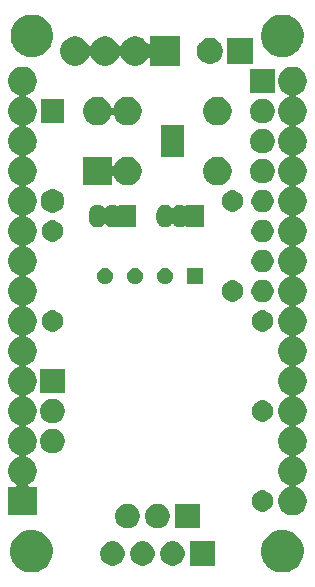
<source format=gbr>
G04 #@! TF.GenerationSoftware,KiCad,Pcbnew,5.1.5-52549c5~86~ubuntu18.04.1*
G04 #@! TF.CreationDate,2020-03-29T17:49:25+00:00*
G04 #@! TF.ProjectId,PIS,5049532e-6b69-4636-9164-5f7063625858,rev?*
G04 #@! TF.SameCoordinates,Original*
G04 #@! TF.FileFunction,Soldermask,Top*
G04 #@! TF.FilePolarity,Negative*
%FSLAX46Y46*%
G04 Gerber Fmt 4.6, Leading zero omitted, Abs format (unit mm)*
G04 Created by KiCad (PCBNEW 5.1.5-52549c5~86~ubuntu18.04.1) date 2020-03-29 17:49:25*
%MOMM*%
%LPD*%
G04 APERTURE LIST*
%ADD10C,0.100000*%
G04 APERTURE END LIST*
D10*
G36*
X143636162Y-147264586D02*
G01*
X143810041Y-147299173D01*
X144137620Y-147434861D01*
X144432433Y-147631849D01*
X144683151Y-147882567D01*
X144880139Y-148177380D01*
X145015827Y-148504959D01*
X145015827Y-148504961D01*
X145085000Y-148852714D01*
X145085000Y-149207286D01*
X145060905Y-149328417D01*
X145015827Y-149555041D01*
X144880139Y-149882620D01*
X144683151Y-150177433D01*
X144432433Y-150428151D01*
X144137620Y-150625139D01*
X143810041Y-150760827D01*
X143636163Y-150795413D01*
X143462286Y-150830000D01*
X143107714Y-150830000D01*
X142933837Y-150795413D01*
X142759959Y-150760827D01*
X142432380Y-150625139D01*
X142137567Y-150428151D01*
X141886849Y-150177433D01*
X141689861Y-149882620D01*
X141554173Y-149555041D01*
X141509095Y-149328417D01*
X141485000Y-149207286D01*
X141485000Y-148852714D01*
X141554173Y-148504961D01*
X141554173Y-148504959D01*
X141689861Y-148177380D01*
X141886849Y-147882567D01*
X142137567Y-147631849D01*
X142432380Y-147434861D01*
X142759959Y-147299173D01*
X142933838Y-147264586D01*
X143107714Y-147230000D01*
X143462286Y-147230000D01*
X143636162Y-147264586D01*
G37*
G36*
X122386162Y-147264586D02*
G01*
X122560041Y-147299173D01*
X122887620Y-147434861D01*
X123182433Y-147631849D01*
X123433151Y-147882567D01*
X123630139Y-148177380D01*
X123765827Y-148504959D01*
X123765827Y-148504961D01*
X123835000Y-148852714D01*
X123835000Y-149207286D01*
X123810905Y-149328417D01*
X123765827Y-149555041D01*
X123630139Y-149882620D01*
X123433151Y-150177433D01*
X123182433Y-150428151D01*
X122887620Y-150625139D01*
X122560041Y-150760827D01*
X122386163Y-150795413D01*
X122212286Y-150830000D01*
X121857714Y-150830000D01*
X121683837Y-150795413D01*
X121509959Y-150760827D01*
X121182380Y-150625139D01*
X120887567Y-150428151D01*
X120636849Y-150177433D01*
X120439861Y-149882620D01*
X120304173Y-149555041D01*
X120259095Y-149328417D01*
X120235000Y-149207286D01*
X120235000Y-148852714D01*
X120304173Y-148504961D01*
X120304173Y-148504959D01*
X120439861Y-148177380D01*
X120636849Y-147882567D01*
X120887567Y-147631849D01*
X121182380Y-147434861D01*
X121509959Y-147299173D01*
X121683838Y-147264586D01*
X121857714Y-147230000D01*
X122212286Y-147230000D01*
X122386162Y-147264586D01*
G37*
G36*
X134113687Y-148180027D02*
G01*
X134291274Y-148215350D01*
X134482362Y-148294502D01*
X134654336Y-148409411D01*
X134800589Y-148555664D01*
X134915498Y-148727638D01*
X134994650Y-148918726D01*
X135035000Y-149121584D01*
X135035000Y-149328416D01*
X134994650Y-149531274D01*
X134915498Y-149722362D01*
X134800589Y-149894336D01*
X134654336Y-150040589D01*
X134482362Y-150155498D01*
X134291274Y-150234650D01*
X134113687Y-150269973D01*
X134088417Y-150275000D01*
X133881583Y-150275000D01*
X133856313Y-150269973D01*
X133678726Y-150234650D01*
X133487638Y-150155498D01*
X133315664Y-150040589D01*
X133169411Y-149894336D01*
X133054502Y-149722362D01*
X132975350Y-149531274D01*
X132935000Y-149328416D01*
X132935000Y-149121584D01*
X132975350Y-148918726D01*
X133054502Y-148727638D01*
X133169411Y-148555664D01*
X133315664Y-148409411D01*
X133487638Y-148294502D01*
X133678726Y-148215350D01*
X133856313Y-148180027D01*
X133881583Y-148175000D01*
X134088417Y-148175000D01*
X134113687Y-148180027D01*
G37*
G36*
X131573687Y-148180027D02*
G01*
X131751274Y-148215350D01*
X131942362Y-148294502D01*
X132114336Y-148409411D01*
X132260589Y-148555664D01*
X132375498Y-148727638D01*
X132454650Y-148918726D01*
X132495000Y-149121584D01*
X132495000Y-149328416D01*
X132454650Y-149531274D01*
X132375498Y-149722362D01*
X132260589Y-149894336D01*
X132114336Y-150040589D01*
X131942362Y-150155498D01*
X131751274Y-150234650D01*
X131573687Y-150269973D01*
X131548417Y-150275000D01*
X131341583Y-150275000D01*
X131316313Y-150269973D01*
X131138726Y-150234650D01*
X130947638Y-150155498D01*
X130775664Y-150040589D01*
X130629411Y-149894336D01*
X130514502Y-149722362D01*
X130435350Y-149531274D01*
X130395000Y-149328416D01*
X130395000Y-149121584D01*
X130435350Y-148918726D01*
X130514502Y-148727638D01*
X130629411Y-148555664D01*
X130775664Y-148409411D01*
X130947638Y-148294502D01*
X131138726Y-148215350D01*
X131316313Y-148180027D01*
X131341583Y-148175000D01*
X131548417Y-148175000D01*
X131573687Y-148180027D01*
G37*
G36*
X129033687Y-148180027D02*
G01*
X129211274Y-148215350D01*
X129402362Y-148294502D01*
X129574336Y-148409411D01*
X129720589Y-148555664D01*
X129835498Y-148727638D01*
X129914650Y-148918726D01*
X129955000Y-149121584D01*
X129955000Y-149328416D01*
X129914650Y-149531274D01*
X129835498Y-149722362D01*
X129720589Y-149894336D01*
X129574336Y-150040589D01*
X129402362Y-150155498D01*
X129211274Y-150234650D01*
X129033687Y-150269973D01*
X129008417Y-150275000D01*
X128801583Y-150275000D01*
X128776313Y-150269973D01*
X128598726Y-150234650D01*
X128407638Y-150155498D01*
X128235664Y-150040589D01*
X128089411Y-149894336D01*
X127974502Y-149722362D01*
X127895350Y-149531274D01*
X127855000Y-149328416D01*
X127855000Y-149121584D01*
X127895350Y-148918726D01*
X127974502Y-148727638D01*
X128089411Y-148555664D01*
X128235664Y-148409411D01*
X128407638Y-148294502D01*
X128598726Y-148215350D01*
X128776313Y-148180027D01*
X128801583Y-148175000D01*
X129008417Y-148175000D01*
X129033687Y-148180027D01*
G37*
G36*
X137575000Y-150275000D02*
G01*
X135475000Y-150275000D01*
X135475000Y-148175000D01*
X137575000Y-148175000D01*
X137575000Y-150275000D01*
G37*
G36*
X132843687Y-145005027D02*
G01*
X133021274Y-145040350D01*
X133212362Y-145119502D01*
X133384336Y-145234411D01*
X133530589Y-145380664D01*
X133645498Y-145552638D01*
X133724650Y-145743726D01*
X133765000Y-145946584D01*
X133765000Y-146153416D01*
X133724650Y-146356274D01*
X133645498Y-146547362D01*
X133530589Y-146719336D01*
X133384336Y-146865589D01*
X133212362Y-146980498D01*
X133021274Y-147059650D01*
X132843687Y-147094973D01*
X132818417Y-147100000D01*
X132611583Y-147100000D01*
X132586313Y-147094973D01*
X132408726Y-147059650D01*
X132217638Y-146980498D01*
X132045664Y-146865589D01*
X131899411Y-146719336D01*
X131784502Y-146547362D01*
X131705350Y-146356274D01*
X131665000Y-146153416D01*
X131665000Y-145946584D01*
X131705350Y-145743726D01*
X131784502Y-145552638D01*
X131899411Y-145380664D01*
X132045664Y-145234411D01*
X132217638Y-145119502D01*
X132408726Y-145040350D01*
X132586313Y-145005027D01*
X132611583Y-145000000D01*
X132818417Y-145000000D01*
X132843687Y-145005027D01*
G37*
G36*
X136305000Y-147100000D02*
G01*
X134205000Y-147100000D01*
X134205000Y-145000000D01*
X136305000Y-145000000D01*
X136305000Y-147100000D01*
G37*
G36*
X130303687Y-145005027D02*
G01*
X130481274Y-145040350D01*
X130672362Y-145119502D01*
X130844336Y-145234411D01*
X130990589Y-145380664D01*
X131105498Y-145552638D01*
X131184650Y-145743726D01*
X131225000Y-145946584D01*
X131225000Y-146153416D01*
X131184650Y-146356274D01*
X131105498Y-146547362D01*
X130990589Y-146719336D01*
X130844336Y-146865589D01*
X130672362Y-146980498D01*
X130481274Y-147059650D01*
X130303687Y-147094973D01*
X130278417Y-147100000D01*
X130071583Y-147100000D01*
X130046313Y-147094973D01*
X129868726Y-147059650D01*
X129677638Y-146980498D01*
X129505664Y-146865589D01*
X129359411Y-146719336D01*
X129244502Y-146547362D01*
X129165350Y-146356274D01*
X129125000Y-146153416D01*
X129125000Y-145946584D01*
X129165350Y-145743726D01*
X129244502Y-145552638D01*
X129359411Y-145380664D01*
X129505664Y-145234411D01*
X129677638Y-145119502D01*
X129868726Y-145040350D01*
X130046313Y-145005027D01*
X130071583Y-145000000D01*
X130278417Y-145000000D01*
X130303687Y-145005027D01*
G37*
G36*
X144499693Y-108050729D02*
G01*
X144720990Y-108142394D01*
X144720992Y-108142395D01*
X144920155Y-108275471D01*
X145089529Y-108444845D01*
X145222605Y-108644008D01*
X145222606Y-108644010D01*
X145314271Y-108865307D01*
X145361000Y-109100233D01*
X145361000Y-109339767D01*
X145314271Y-109574693D01*
X145222606Y-109795990D01*
X145222605Y-109795992D01*
X145089529Y-109995155D01*
X144920155Y-110164529D01*
X144720992Y-110297605D01*
X144720991Y-110297606D01*
X144720990Y-110297606D01*
X144535315Y-110374516D01*
X144513704Y-110386067D01*
X144494762Y-110401613D01*
X144479217Y-110420555D01*
X144467666Y-110442165D01*
X144460553Y-110465614D01*
X144458151Y-110490000D01*
X144460553Y-110514387D01*
X144467666Y-110537835D01*
X144479217Y-110559446D01*
X144494763Y-110578388D01*
X144513705Y-110593933D01*
X144535315Y-110605484D01*
X144720990Y-110682394D01*
X144720992Y-110682395D01*
X144920155Y-110815471D01*
X145089529Y-110984845D01*
X145160235Y-111090665D01*
X145222606Y-111184010D01*
X145314271Y-111405307D01*
X145361000Y-111640233D01*
X145361000Y-111879767D01*
X145314271Y-112114693D01*
X145222606Y-112335990D01*
X145222605Y-112335992D01*
X145089529Y-112535155D01*
X144920155Y-112704529D01*
X144720992Y-112837605D01*
X144720991Y-112837606D01*
X144720990Y-112837606D01*
X144535315Y-112914516D01*
X144513704Y-112926067D01*
X144494762Y-112941613D01*
X144479217Y-112960555D01*
X144467666Y-112982165D01*
X144460553Y-113005614D01*
X144458151Y-113030000D01*
X144460553Y-113054387D01*
X144467666Y-113077835D01*
X144479217Y-113099446D01*
X144494763Y-113118388D01*
X144513705Y-113133933D01*
X144535315Y-113145484D01*
X144720990Y-113222394D01*
X144720992Y-113222395D01*
X144920155Y-113355471D01*
X145089529Y-113524845D01*
X145160235Y-113630665D01*
X145222606Y-113724010D01*
X145314271Y-113945307D01*
X145361000Y-114180233D01*
X145361000Y-114419767D01*
X145314271Y-114654693D01*
X145255176Y-114797360D01*
X145222605Y-114875992D01*
X145089529Y-115075155D01*
X144920155Y-115244529D01*
X144720992Y-115377605D01*
X144720991Y-115377606D01*
X144720990Y-115377606D01*
X144535315Y-115454516D01*
X144513704Y-115466067D01*
X144494762Y-115481613D01*
X144479217Y-115500555D01*
X144467666Y-115522165D01*
X144460553Y-115545614D01*
X144458151Y-115570000D01*
X144460553Y-115594387D01*
X144467666Y-115617835D01*
X144479217Y-115639446D01*
X144494763Y-115658388D01*
X144513705Y-115673933D01*
X144535315Y-115685484D01*
X144720990Y-115762394D01*
X144720992Y-115762395D01*
X144920155Y-115895471D01*
X145089529Y-116064845D01*
X145160235Y-116170665D01*
X145222606Y-116264010D01*
X145314271Y-116485307D01*
X145361000Y-116720233D01*
X145361000Y-116959767D01*
X145314271Y-117194693D01*
X145222606Y-117415990D01*
X145222605Y-117415992D01*
X145089529Y-117615155D01*
X144920155Y-117784529D01*
X144720992Y-117917605D01*
X144720991Y-117917606D01*
X144720990Y-117917606D01*
X144535315Y-117994516D01*
X144513704Y-118006067D01*
X144494762Y-118021613D01*
X144479217Y-118040555D01*
X144467666Y-118062165D01*
X144460553Y-118085614D01*
X144458151Y-118110000D01*
X144460553Y-118134387D01*
X144467666Y-118157835D01*
X144479217Y-118179446D01*
X144494763Y-118198388D01*
X144513705Y-118213933D01*
X144535315Y-118225484D01*
X144720990Y-118302394D01*
X144720992Y-118302395D01*
X144920155Y-118435471D01*
X145089529Y-118604845D01*
X145202828Y-118774410D01*
X145222606Y-118804010D01*
X145314271Y-119025307D01*
X145361000Y-119260233D01*
X145361000Y-119499767D01*
X145314271Y-119734693D01*
X145222803Y-119955514D01*
X145222605Y-119955992D01*
X145089529Y-120155155D01*
X144920155Y-120324529D01*
X144720992Y-120457605D01*
X144720991Y-120457606D01*
X144720990Y-120457606D01*
X144535315Y-120534516D01*
X144513704Y-120546067D01*
X144494762Y-120561613D01*
X144479217Y-120580555D01*
X144467666Y-120602165D01*
X144460553Y-120625614D01*
X144458151Y-120650000D01*
X144460553Y-120674387D01*
X144467666Y-120697835D01*
X144479217Y-120719446D01*
X144494763Y-120738388D01*
X144513705Y-120753933D01*
X144535315Y-120765484D01*
X144720990Y-120842394D01*
X144720992Y-120842395D01*
X144920155Y-120975471D01*
X145089529Y-121144845D01*
X145222605Y-121344008D01*
X145222606Y-121344010D01*
X145314271Y-121565307D01*
X145361000Y-121800233D01*
X145361000Y-122039767D01*
X145314271Y-122274693D01*
X145222606Y-122495990D01*
X145222605Y-122495992D01*
X145089529Y-122695155D01*
X144920155Y-122864529D01*
X144720992Y-122997605D01*
X144720991Y-122997606D01*
X144720990Y-122997606D01*
X144535315Y-123074516D01*
X144513704Y-123086067D01*
X144494762Y-123101613D01*
X144479217Y-123120555D01*
X144467666Y-123142165D01*
X144460553Y-123165614D01*
X144458151Y-123190000D01*
X144460553Y-123214387D01*
X144467666Y-123237835D01*
X144479217Y-123259446D01*
X144494763Y-123278388D01*
X144513705Y-123293933D01*
X144535315Y-123305484D01*
X144720990Y-123382394D01*
X144720992Y-123382395D01*
X144920155Y-123515471D01*
X145089529Y-123684845D01*
X145114413Y-123722087D01*
X145222606Y-123884010D01*
X145314271Y-124105307D01*
X145361000Y-124340233D01*
X145361000Y-124579767D01*
X145314271Y-124814693D01*
X145225087Y-125030000D01*
X145222605Y-125035992D01*
X145089529Y-125235155D01*
X144920155Y-125404529D01*
X144720992Y-125537605D01*
X144720991Y-125537606D01*
X144720990Y-125537606D01*
X144535315Y-125614516D01*
X144513704Y-125626067D01*
X144494762Y-125641613D01*
X144479217Y-125660555D01*
X144467666Y-125682165D01*
X144460553Y-125705614D01*
X144458151Y-125730000D01*
X144460553Y-125754387D01*
X144467666Y-125777835D01*
X144479217Y-125799446D01*
X144494763Y-125818388D01*
X144513705Y-125833933D01*
X144535315Y-125845484D01*
X144720990Y-125922394D01*
X144720992Y-125922395D01*
X144920155Y-126055471D01*
X145089529Y-126224845D01*
X145222605Y-126424008D01*
X145222606Y-126424010D01*
X145314271Y-126645307D01*
X145361000Y-126880233D01*
X145361000Y-127119767D01*
X145314271Y-127354693D01*
X145222606Y-127575990D01*
X145222605Y-127575992D01*
X145089529Y-127775155D01*
X144920155Y-127944529D01*
X144720992Y-128077605D01*
X144720991Y-128077606D01*
X144720990Y-128077606D01*
X144535315Y-128154516D01*
X144513704Y-128166067D01*
X144494762Y-128181613D01*
X144479217Y-128200555D01*
X144467666Y-128222165D01*
X144460553Y-128245614D01*
X144458151Y-128270000D01*
X144460553Y-128294387D01*
X144467666Y-128317835D01*
X144479217Y-128339446D01*
X144494763Y-128358388D01*
X144513705Y-128373933D01*
X144535315Y-128385484D01*
X144720990Y-128462394D01*
X144720992Y-128462395D01*
X144920155Y-128595471D01*
X145089529Y-128764845D01*
X145140363Y-128840924D01*
X145222606Y-128964010D01*
X145314271Y-129185307D01*
X145361000Y-129420233D01*
X145361000Y-129659767D01*
X145314271Y-129894693D01*
X145222606Y-130115990D01*
X145222605Y-130115992D01*
X145089529Y-130315155D01*
X144920155Y-130484529D01*
X144720992Y-130617605D01*
X144720991Y-130617606D01*
X144720990Y-130617606D01*
X144535315Y-130694516D01*
X144513704Y-130706067D01*
X144494762Y-130721613D01*
X144479217Y-130740555D01*
X144467666Y-130762165D01*
X144460553Y-130785614D01*
X144458151Y-130810000D01*
X144460553Y-130834387D01*
X144467666Y-130857835D01*
X144479217Y-130879446D01*
X144494763Y-130898388D01*
X144513705Y-130913933D01*
X144535315Y-130925484D01*
X144720990Y-131002394D01*
X144720992Y-131002395D01*
X144920155Y-131135471D01*
X145089529Y-131304845D01*
X145222605Y-131504008D01*
X145222606Y-131504010D01*
X145314271Y-131725307D01*
X145361000Y-131960233D01*
X145361000Y-132199767D01*
X145314271Y-132434693D01*
X145222606Y-132655990D01*
X145222605Y-132655992D01*
X145089529Y-132855155D01*
X144920155Y-133024529D01*
X144720992Y-133157605D01*
X144720991Y-133157606D01*
X144720990Y-133157606D01*
X144535315Y-133234516D01*
X144513704Y-133246067D01*
X144494762Y-133261613D01*
X144479217Y-133280555D01*
X144467666Y-133302165D01*
X144460553Y-133325614D01*
X144458151Y-133350000D01*
X144460553Y-133374387D01*
X144467666Y-133397835D01*
X144479217Y-133419446D01*
X144494763Y-133438388D01*
X144513705Y-133453933D01*
X144535315Y-133465484D01*
X144720990Y-133542394D01*
X144720992Y-133542395D01*
X144920155Y-133675471D01*
X145089529Y-133844845D01*
X145222605Y-134044008D01*
X145222606Y-134044010D01*
X145314271Y-134265307D01*
X145361000Y-134500233D01*
X145361000Y-134739767D01*
X145314271Y-134974693D01*
X145222606Y-135195990D01*
X145222605Y-135195992D01*
X145089529Y-135395155D01*
X144920155Y-135564529D01*
X144720992Y-135697605D01*
X144720991Y-135697606D01*
X144720990Y-135697606D01*
X144535315Y-135774516D01*
X144513704Y-135786067D01*
X144494762Y-135801613D01*
X144479217Y-135820555D01*
X144467666Y-135842165D01*
X144460553Y-135865614D01*
X144458151Y-135890000D01*
X144460553Y-135914387D01*
X144467666Y-135937835D01*
X144479217Y-135959446D01*
X144494763Y-135978388D01*
X144513705Y-135993933D01*
X144535315Y-136005484D01*
X144720990Y-136082394D01*
X144720992Y-136082395D01*
X144920155Y-136215471D01*
X145089529Y-136384845D01*
X145160235Y-136490665D01*
X145222606Y-136584010D01*
X145314271Y-136805307D01*
X145361000Y-137040233D01*
X145361000Y-137279767D01*
X145314271Y-137514693D01*
X145222606Y-137735990D01*
X145222605Y-137735992D01*
X145089529Y-137935155D01*
X144920155Y-138104529D01*
X144720992Y-138237605D01*
X144720991Y-138237606D01*
X144720990Y-138237606D01*
X144535315Y-138314516D01*
X144513704Y-138326067D01*
X144494762Y-138341613D01*
X144479217Y-138360555D01*
X144467666Y-138382165D01*
X144460553Y-138405614D01*
X144458151Y-138430000D01*
X144460553Y-138454387D01*
X144467666Y-138477835D01*
X144479217Y-138499446D01*
X144494763Y-138518388D01*
X144513705Y-138533933D01*
X144535315Y-138545484D01*
X144720990Y-138622394D01*
X144720992Y-138622395D01*
X144920155Y-138755471D01*
X145089529Y-138924845D01*
X145160235Y-139030665D01*
X145222606Y-139124010D01*
X145314271Y-139345307D01*
X145361000Y-139580233D01*
X145361000Y-139819767D01*
X145314271Y-140054693D01*
X145255176Y-140197360D01*
X145222605Y-140275992D01*
X145089529Y-140475155D01*
X144920155Y-140644529D01*
X144720992Y-140777605D01*
X144720991Y-140777606D01*
X144720990Y-140777606D01*
X144535315Y-140854516D01*
X144513704Y-140866067D01*
X144494762Y-140881613D01*
X144479217Y-140900555D01*
X144467666Y-140922165D01*
X144460553Y-140945614D01*
X144458151Y-140970000D01*
X144460553Y-140994387D01*
X144467666Y-141017835D01*
X144479217Y-141039446D01*
X144494763Y-141058388D01*
X144513705Y-141073933D01*
X144535315Y-141085484D01*
X144720990Y-141162394D01*
X144720992Y-141162395D01*
X144920155Y-141295471D01*
X145089529Y-141464845D01*
X145222605Y-141664008D01*
X145222606Y-141664010D01*
X145314271Y-141885307D01*
X145361000Y-142120233D01*
X145361000Y-142359767D01*
X145314271Y-142594693D01*
X145222606Y-142815990D01*
X145222605Y-142815992D01*
X145089529Y-143015155D01*
X144920155Y-143184529D01*
X144720992Y-143317605D01*
X144720991Y-143317606D01*
X144720990Y-143317606D01*
X144535315Y-143394516D01*
X144513704Y-143406067D01*
X144494762Y-143421613D01*
X144479217Y-143440555D01*
X144467666Y-143462165D01*
X144460553Y-143485614D01*
X144458151Y-143510000D01*
X144460553Y-143534387D01*
X144467666Y-143557835D01*
X144479217Y-143579446D01*
X144494763Y-143598388D01*
X144513705Y-143613933D01*
X144535315Y-143625484D01*
X144720990Y-143702394D01*
X144720992Y-143702395D01*
X144920155Y-143835471D01*
X145089529Y-144004845D01*
X145140363Y-144080924D01*
X145222606Y-144204010D01*
X145314271Y-144425307D01*
X145361000Y-144660233D01*
X145361000Y-144899767D01*
X145314271Y-145134693D01*
X145222606Y-145355990D01*
X145222605Y-145355992D01*
X145089529Y-145555155D01*
X144920155Y-145724529D01*
X144720992Y-145857605D01*
X144720991Y-145857606D01*
X144720990Y-145857606D01*
X144499693Y-145949271D01*
X144264767Y-145996000D01*
X144025233Y-145996000D01*
X143790307Y-145949271D01*
X143569010Y-145857606D01*
X143569009Y-145857606D01*
X143569008Y-145857605D01*
X143369845Y-145724529D01*
X143200471Y-145555155D01*
X143067395Y-145355992D01*
X143067394Y-145355990D01*
X142975729Y-145134693D01*
X142929000Y-144899767D01*
X142929000Y-144660233D01*
X142975729Y-144425307D01*
X143067394Y-144204010D01*
X143149637Y-144080924D01*
X143200471Y-144004845D01*
X143369845Y-143835471D01*
X143569008Y-143702395D01*
X143569010Y-143702394D01*
X143754685Y-143625484D01*
X143776296Y-143613933D01*
X143795238Y-143598387D01*
X143810783Y-143579445D01*
X143822334Y-143557835D01*
X143829447Y-143534386D01*
X143831849Y-143510000D01*
X143829447Y-143485613D01*
X143822334Y-143462165D01*
X143810783Y-143440554D01*
X143795237Y-143421612D01*
X143776295Y-143406067D01*
X143754685Y-143394516D01*
X143569010Y-143317606D01*
X143569009Y-143317606D01*
X143569008Y-143317605D01*
X143369845Y-143184529D01*
X143200471Y-143015155D01*
X143067395Y-142815992D01*
X143067394Y-142815990D01*
X142975729Y-142594693D01*
X142929000Y-142359767D01*
X142929000Y-142120233D01*
X142975729Y-141885307D01*
X143067394Y-141664010D01*
X143067395Y-141664008D01*
X143200471Y-141464845D01*
X143369845Y-141295471D01*
X143569008Y-141162395D01*
X143569010Y-141162394D01*
X143754685Y-141085484D01*
X143776296Y-141073933D01*
X143795238Y-141058387D01*
X143810783Y-141039445D01*
X143822334Y-141017835D01*
X143829447Y-140994386D01*
X143831849Y-140970000D01*
X143829447Y-140945613D01*
X143822334Y-140922165D01*
X143810783Y-140900554D01*
X143795237Y-140881612D01*
X143776295Y-140866067D01*
X143754685Y-140854516D01*
X143569010Y-140777606D01*
X143569009Y-140777606D01*
X143569008Y-140777605D01*
X143369845Y-140644529D01*
X143200471Y-140475155D01*
X143067395Y-140275992D01*
X143034824Y-140197360D01*
X142975729Y-140054693D01*
X142929000Y-139819767D01*
X142929000Y-139580233D01*
X142975729Y-139345307D01*
X143067394Y-139124010D01*
X143129765Y-139030665D01*
X143200471Y-138924845D01*
X143369845Y-138755471D01*
X143569008Y-138622395D01*
X143569010Y-138622394D01*
X143754685Y-138545484D01*
X143776296Y-138533933D01*
X143795238Y-138518387D01*
X143810783Y-138499445D01*
X143822334Y-138477835D01*
X143829447Y-138454386D01*
X143831849Y-138430000D01*
X143829447Y-138405613D01*
X143822334Y-138382165D01*
X143810783Y-138360554D01*
X143795237Y-138341612D01*
X143776295Y-138326067D01*
X143754685Y-138314516D01*
X143569010Y-138237606D01*
X143569009Y-138237606D01*
X143569008Y-138237605D01*
X143369845Y-138104529D01*
X143200471Y-137935155D01*
X143067395Y-137735992D01*
X143067394Y-137735990D01*
X142975729Y-137514693D01*
X142929000Y-137279767D01*
X142929000Y-137040233D01*
X142975729Y-136805307D01*
X143067394Y-136584010D01*
X143129765Y-136490665D01*
X143200471Y-136384845D01*
X143369845Y-136215471D01*
X143569008Y-136082395D01*
X143569010Y-136082394D01*
X143754685Y-136005484D01*
X143776296Y-135993933D01*
X143795238Y-135978387D01*
X143810783Y-135959445D01*
X143822334Y-135937835D01*
X143829447Y-135914386D01*
X143831849Y-135890000D01*
X143829447Y-135865613D01*
X143822334Y-135842165D01*
X143810783Y-135820554D01*
X143795237Y-135801612D01*
X143776295Y-135786067D01*
X143754685Y-135774516D01*
X143569010Y-135697606D01*
X143569009Y-135697606D01*
X143569008Y-135697605D01*
X143369845Y-135564529D01*
X143200471Y-135395155D01*
X143067395Y-135195992D01*
X143067394Y-135195990D01*
X142975729Y-134974693D01*
X142929000Y-134739767D01*
X142929000Y-134500233D01*
X142975729Y-134265307D01*
X143067394Y-134044010D01*
X143067395Y-134044008D01*
X143200471Y-133844845D01*
X143369845Y-133675471D01*
X143569008Y-133542395D01*
X143569010Y-133542394D01*
X143754685Y-133465484D01*
X143776296Y-133453933D01*
X143795238Y-133438387D01*
X143810783Y-133419445D01*
X143822334Y-133397835D01*
X143829447Y-133374386D01*
X143831849Y-133350000D01*
X143829447Y-133325613D01*
X143822334Y-133302165D01*
X143810783Y-133280554D01*
X143795237Y-133261612D01*
X143776295Y-133246067D01*
X143754685Y-133234516D01*
X143569010Y-133157606D01*
X143569009Y-133157606D01*
X143569008Y-133157605D01*
X143369845Y-133024529D01*
X143200471Y-132855155D01*
X143067395Y-132655992D01*
X143067394Y-132655990D01*
X142975729Y-132434693D01*
X142929000Y-132199767D01*
X142929000Y-131960233D01*
X142975729Y-131725307D01*
X143067394Y-131504010D01*
X143067395Y-131504008D01*
X143200471Y-131304845D01*
X143369845Y-131135471D01*
X143569008Y-131002395D01*
X143569010Y-131002394D01*
X143754685Y-130925484D01*
X143776296Y-130913933D01*
X143795238Y-130898387D01*
X143810783Y-130879445D01*
X143822334Y-130857835D01*
X143829447Y-130834386D01*
X143831849Y-130810000D01*
X143829447Y-130785613D01*
X143822334Y-130762165D01*
X143810783Y-130740554D01*
X143795237Y-130721612D01*
X143776295Y-130706067D01*
X143754685Y-130694516D01*
X143569010Y-130617606D01*
X143569009Y-130617606D01*
X143569008Y-130617605D01*
X143369845Y-130484529D01*
X143200471Y-130315155D01*
X143067395Y-130115992D01*
X143067394Y-130115990D01*
X142975729Y-129894693D01*
X142929000Y-129659767D01*
X142929000Y-129420233D01*
X142975729Y-129185307D01*
X143067394Y-128964010D01*
X143149637Y-128840924D01*
X143200471Y-128764845D01*
X143369845Y-128595471D01*
X143569008Y-128462395D01*
X143569010Y-128462394D01*
X143754685Y-128385484D01*
X143776296Y-128373933D01*
X143795238Y-128358387D01*
X143810783Y-128339445D01*
X143822334Y-128317835D01*
X143829447Y-128294386D01*
X143831849Y-128270000D01*
X143829447Y-128245613D01*
X143822334Y-128222165D01*
X143810783Y-128200554D01*
X143795237Y-128181612D01*
X143776295Y-128166067D01*
X143754685Y-128154516D01*
X143569010Y-128077606D01*
X143569009Y-128077606D01*
X143569008Y-128077605D01*
X143369845Y-127944529D01*
X143200471Y-127775155D01*
X143067395Y-127575992D01*
X143067394Y-127575990D01*
X142975729Y-127354693D01*
X142929000Y-127119767D01*
X142929000Y-126880233D01*
X142975729Y-126645307D01*
X143067394Y-126424010D01*
X143067395Y-126424008D01*
X143200471Y-126224845D01*
X143369845Y-126055471D01*
X143569008Y-125922395D01*
X143569010Y-125922394D01*
X143754685Y-125845484D01*
X143776296Y-125833933D01*
X143795238Y-125818387D01*
X143810783Y-125799445D01*
X143822334Y-125777835D01*
X143829447Y-125754386D01*
X143831849Y-125730000D01*
X143829447Y-125705613D01*
X143822334Y-125682165D01*
X143810783Y-125660554D01*
X143795237Y-125641612D01*
X143776295Y-125626067D01*
X143754685Y-125614516D01*
X143569010Y-125537606D01*
X143569009Y-125537606D01*
X143569008Y-125537605D01*
X143369845Y-125404529D01*
X143200471Y-125235155D01*
X143067395Y-125035992D01*
X143064913Y-125030000D01*
X142975729Y-124814693D01*
X142929000Y-124579767D01*
X142929000Y-124340233D01*
X142975729Y-124105307D01*
X143067394Y-123884010D01*
X143175587Y-123722087D01*
X143200471Y-123684845D01*
X143369845Y-123515471D01*
X143569008Y-123382395D01*
X143569010Y-123382394D01*
X143754685Y-123305484D01*
X143776296Y-123293933D01*
X143795238Y-123278387D01*
X143810783Y-123259445D01*
X143822334Y-123237835D01*
X143829447Y-123214386D01*
X143831849Y-123190000D01*
X143829447Y-123165613D01*
X143822334Y-123142165D01*
X143810783Y-123120554D01*
X143795237Y-123101612D01*
X143776295Y-123086067D01*
X143754685Y-123074516D01*
X143569010Y-122997606D01*
X143569009Y-122997606D01*
X143569008Y-122997605D01*
X143369845Y-122864529D01*
X143200471Y-122695155D01*
X143067395Y-122495992D01*
X143067394Y-122495990D01*
X142975729Y-122274693D01*
X142929000Y-122039767D01*
X142929000Y-121800233D01*
X142975729Y-121565307D01*
X143067394Y-121344010D01*
X143067395Y-121344008D01*
X143200471Y-121144845D01*
X143369845Y-120975471D01*
X143569008Y-120842395D01*
X143569010Y-120842394D01*
X143754685Y-120765484D01*
X143776296Y-120753933D01*
X143795238Y-120738387D01*
X143810783Y-120719445D01*
X143822334Y-120697835D01*
X143829447Y-120674386D01*
X143831849Y-120650000D01*
X143829447Y-120625613D01*
X143822334Y-120602165D01*
X143810783Y-120580554D01*
X143795237Y-120561612D01*
X143776295Y-120546067D01*
X143754685Y-120534516D01*
X143569010Y-120457606D01*
X143569009Y-120457606D01*
X143569008Y-120457605D01*
X143369845Y-120324529D01*
X143200471Y-120155155D01*
X143067395Y-119955992D01*
X143067197Y-119955514D01*
X142975729Y-119734693D01*
X142929000Y-119499767D01*
X142929000Y-119260233D01*
X142975729Y-119025307D01*
X143067394Y-118804010D01*
X143087172Y-118774410D01*
X143200471Y-118604845D01*
X143369845Y-118435471D01*
X143569008Y-118302395D01*
X143569010Y-118302394D01*
X143754685Y-118225484D01*
X143776296Y-118213933D01*
X143795238Y-118198387D01*
X143810783Y-118179445D01*
X143822334Y-118157835D01*
X143829447Y-118134386D01*
X143831849Y-118110000D01*
X143829447Y-118085613D01*
X143822334Y-118062165D01*
X143810783Y-118040554D01*
X143795237Y-118021612D01*
X143776295Y-118006067D01*
X143754685Y-117994516D01*
X143569010Y-117917606D01*
X143569009Y-117917606D01*
X143569008Y-117917605D01*
X143369845Y-117784529D01*
X143200471Y-117615155D01*
X143067395Y-117415992D01*
X143067394Y-117415990D01*
X142975729Y-117194693D01*
X142929000Y-116959767D01*
X142929000Y-116720233D01*
X142975729Y-116485307D01*
X143067394Y-116264010D01*
X143129765Y-116170665D01*
X143200471Y-116064845D01*
X143369845Y-115895471D01*
X143569008Y-115762395D01*
X143569010Y-115762394D01*
X143754685Y-115685484D01*
X143776296Y-115673933D01*
X143795238Y-115658387D01*
X143810783Y-115639445D01*
X143822334Y-115617835D01*
X143829447Y-115594386D01*
X143831849Y-115570000D01*
X143829447Y-115545613D01*
X143822334Y-115522165D01*
X143810783Y-115500554D01*
X143795237Y-115481612D01*
X143776295Y-115466067D01*
X143754685Y-115454516D01*
X143569010Y-115377606D01*
X143569009Y-115377606D01*
X143569008Y-115377605D01*
X143369845Y-115244529D01*
X143200471Y-115075155D01*
X143067395Y-114875992D01*
X143034824Y-114797360D01*
X142975729Y-114654693D01*
X142929000Y-114419767D01*
X142929000Y-114180233D01*
X142975729Y-113945307D01*
X143067394Y-113724010D01*
X143129765Y-113630665D01*
X143200471Y-113524845D01*
X143369845Y-113355471D01*
X143569008Y-113222395D01*
X143569010Y-113222394D01*
X143754685Y-113145484D01*
X143776296Y-113133933D01*
X143795238Y-113118387D01*
X143810783Y-113099445D01*
X143822334Y-113077835D01*
X143829447Y-113054386D01*
X143831849Y-113030000D01*
X143829447Y-113005613D01*
X143822334Y-112982165D01*
X143810783Y-112960554D01*
X143795237Y-112941612D01*
X143776295Y-112926067D01*
X143754685Y-112914516D01*
X143569010Y-112837606D01*
X143569009Y-112837606D01*
X143569008Y-112837605D01*
X143369845Y-112704529D01*
X143200471Y-112535155D01*
X143067395Y-112335992D01*
X143067394Y-112335990D01*
X142975729Y-112114693D01*
X142929000Y-111879767D01*
X142929000Y-111640233D01*
X142975729Y-111405307D01*
X143067394Y-111184010D01*
X143129765Y-111090665D01*
X143200471Y-110984845D01*
X143369845Y-110815471D01*
X143569008Y-110682395D01*
X143569010Y-110682394D01*
X143754685Y-110605484D01*
X143776296Y-110593933D01*
X143795238Y-110578387D01*
X143810783Y-110559445D01*
X143822334Y-110537835D01*
X143829447Y-110514386D01*
X143831849Y-110490000D01*
X143829447Y-110465613D01*
X143822334Y-110442165D01*
X143810783Y-110420554D01*
X143795237Y-110401612D01*
X143776295Y-110386067D01*
X143754685Y-110374516D01*
X143569010Y-110297606D01*
X143569009Y-110297606D01*
X143569008Y-110297605D01*
X143369845Y-110164529D01*
X143200471Y-109995155D01*
X143067395Y-109795992D01*
X143067394Y-109795990D01*
X142975729Y-109574693D01*
X142929000Y-109339767D01*
X142929000Y-109100233D01*
X142975729Y-108865307D01*
X143067394Y-108644010D01*
X143067395Y-108644008D01*
X143200471Y-108444845D01*
X143369845Y-108275471D01*
X143569008Y-108142395D01*
X143569010Y-108142394D01*
X143790307Y-108050729D01*
X144025233Y-108004000D01*
X144264767Y-108004000D01*
X144499693Y-108050729D01*
G37*
G36*
X121639693Y-108050729D02*
G01*
X121860990Y-108142394D01*
X121860992Y-108142395D01*
X122060155Y-108275471D01*
X122229529Y-108444845D01*
X122362605Y-108644008D01*
X122362606Y-108644010D01*
X122454271Y-108865307D01*
X122501000Y-109100233D01*
X122501000Y-109339767D01*
X122454271Y-109574693D01*
X122362606Y-109795990D01*
X122362605Y-109795992D01*
X122229529Y-109995155D01*
X122060155Y-110164529D01*
X121860992Y-110297605D01*
X121860991Y-110297606D01*
X121860990Y-110297606D01*
X121675315Y-110374516D01*
X121653704Y-110386067D01*
X121634762Y-110401613D01*
X121619217Y-110420555D01*
X121607666Y-110442165D01*
X121600553Y-110465614D01*
X121598151Y-110490000D01*
X121600553Y-110514387D01*
X121607666Y-110537835D01*
X121619217Y-110559446D01*
X121634763Y-110578388D01*
X121653705Y-110593933D01*
X121675315Y-110605484D01*
X121860990Y-110682394D01*
X121860992Y-110682395D01*
X122060155Y-110815471D01*
X122229529Y-110984845D01*
X122300235Y-111090665D01*
X122362606Y-111184010D01*
X122454271Y-111405307D01*
X122501000Y-111640233D01*
X122501000Y-111879767D01*
X122454271Y-112114693D01*
X122362606Y-112335990D01*
X122362605Y-112335992D01*
X122229529Y-112535155D01*
X122060155Y-112704529D01*
X121860992Y-112837605D01*
X121860991Y-112837606D01*
X121860990Y-112837606D01*
X121675315Y-112914516D01*
X121653704Y-112926067D01*
X121634762Y-112941613D01*
X121619217Y-112960555D01*
X121607666Y-112982165D01*
X121600553Y-113005614D01*
X121598151Y-113030000D01*
X121600553Y-113054387D01*
X121607666Y-113077835D01*
X121619217Y-113099446D01*
X121634763Y-113118388D01*
X121653705Y-113133933D01*
X121675315Y-113145484D01*
X121860990Y-113222394D01*
X121860992Y-113222395D01*
X122060155Y-113355471D01*
X122229529Y-113524845D01*
X122300235Y-113630665D01*
X122362606Y-113724010D01*
X122454271Y-113945307D01*
X122501000Y-114180233D01*
X122501000Y-114419767D01*
X122454271Y-114654693D01*
X122395176Y-114797360D01*
X122362605Y-114875992D01*
X122229529Y-115075155D01*
X122060155Y-115244529D01*
X121860992Y-115377605D01*
X121860991Y-115377606D01*
X121860990Y-115377606D01*
X121675315Y-115454516D01*
X121653704Y-115466067D01*
X121634762Y-115481613D01*
X121619217Y-115500555D01*
X121607666Y-115522165D01*
X121600553Y-115545614D01*
X121598151Y-115570000D01*
X121600553Y-115594387D01*
X121607666Y-115617835D01*
X121619217Y-115639446D01*
X121634763Y-115658388D01*
X121653705Y-115673933D01*
X121675315Y-115685484D01*
X121860990Y-115762394D01*
X121860992Y-115762395D01*
X122060155Y-115895471D01*
X122229529Y-116064845D01*
X122300235Y-116170665D01*
X122362606Y-116264010D01*
X122454271Y-116485307D01*
X122501000Y-116720233D01*
X122501000Y-116959767D01*
X122454271Y-117194693D01*
X122362606Y-117415990D01*
X122362605Y-117415992D01*
X122229529Y-117615155D01*
X122060155Y-117784529D01*
X121860992Y-117917605D01*
X121860991Y-117917606D01*
X121860990Y-117917606D01*
X121675315Y-117994516D01*
X121653704Y-118006067D01*
X121634762Y-118021613D01*
X121619217Y-118040555D01*
X121607666Y-118062165D01*
X121600553Y-118085614D01*
X121598151Y-118110000D01*
X121600553Y-118134387D01*
X121607666Y-118157835D01*
X121619217Y-118179446D01*
X121634763Y-118198388D01*
X121653705Y-118213933D01*
X121675315Y-118225484D01*
X121860990Y-118302394D01*
X121860992Y-118302395D01*
X122060155Y-118435471D01*
X122229529Y-118604845D01*
X122342828Y-118774410D01*
X122362606Y-118804010D01*
X122454271Y-119025307D01*
X122501000Y-119260233D01*
X122501000Y-119499767D01*
X122454271Y-119734693D01*
X122362803Y-119955514D01*
X122362605Y-119955992D01*
X122229529Y-120155155D01*
X122060155Y-120324529D01*
X121860992Y-120457605D01*
X121860991Y-120457606D01*
X121860990Y-120457606D01*
X121675315Y-120534516D01*
X121653704Y-120546067D01*
X121634762Y-120561613D01*
X121619217Y-120580555D01*
X121607666Y-120602165D01*
X121600553Y-120625614D01*
X121598151Y-120650000D01*
X121600553Y-120674387D01*
X121607666Y-120697835D01*
X121619217Y-120719446D01*
X121634763Y-120738388D01*
X121653705Y-120753933D01*
X121675315Y-120765484D01*
X121860990Y-120842394D01*
X121860992Y-120842395D01*
X122060155Y-120975471D01*
X122229529Y-121144845D01*
X122362605Y-121344008D01*
X122362606Y-121344010D01*
X122454271Y-121565307D01*
X122501000Y-121800233D01*
X122501000Y-122039767D01*
X122454271Y-122274693D01*
X122362606Y-122495990D01*
X122362605Y-122495992D01*
X122229529Y-122695155D01*
X122060155Y-122864529D01*
X121860992Y-122997605D01*
X121860991Y-122997606D01*
X121860990Y-122997606D01*
X121675315Y-123074516D01*
X121653704Y-123086067D01*
X121634762Y-123101613D01*
X121619217Y-123120555D01*
X121607666Y-123142165D01*
X121600553Y-123165614D01*
X121598151Y-123190000D01*
X121600553Y-123214387D01*
X121607666Y-123237835D01*
X121619217Y-123259446D01*
X121634763Y-123278388D01*
X121653705Y-123293933D01*
X121675315Y-123305484D01*
X121860990Y-123382394D01*
X121860992Y-123382395D01*
X122060155Y-123515471D01*
X122229529Y-123684845D01*
X122254413Y-123722087D01*
X122362606Y-123884010D01*
X122454271Y-124105307D01*
X122501000Y-124340233D01*
X122501000Y-124579767D01*
X122454271Y-124814693D01*
X122365087Y-125030000D01*
X122362605Y-125035992D01*
X122229529Y-125235155D01*
X122060155Y-125404529D01*
X121860992Y-125537605D01*
X121860991Y-125537606D01*
X121860990Y-125537606D01*
X121675315Y-125614516D01*
X121653704Y-125626067D01*
X121634762Y-125641613D01*
X121619217Y-125660555D01*
X121607666Y-125682165D01*
X121600553Y-125705614D01*
X121598151Y-125730000D01*
X121600553Y-125754387D01*
X121607666Y-125777835D01*
X121619217Y-125799446D01*
X121634763Y-125818388D01*
X121653705Y-125833933D01*
X121675315Y-125845484D01*
X121860990Y-125922394D01*
X121860992Y-125922395D01*
X122060155Y-126055471D01*
X122229529Y-126224845D01*
X122362605Y-126424008D01*
X122362606Y-126424010D01*
X122454271Y-126645307D01*
X122501000Y-126880233D01*
X122501000Y-127119767D01*
X122454271Y-127354693D01*
X122362606Y-127575990D01*
X122362605Y-127575992D01*
X122229529Y-127775155D01*
X122060155Y-127944529D01*
X121860992Y-128077605D01*
X121860991Y-128077606D01*
X121860990Y-128077606D01*
X121675315Y-128154516D01*
X121653704Y-128166067D01*
X121634762Y-128181613D01*
X121619217Y-128200555D01*
X121607666Y-128222165D01*
X121600553Y-128245614D01*
X121598151Y-128270000D01*
X121600553Y-128294387D01*
X121607666Y-128317835D01*
X121619217Y-128339446D01*
X121634763Y-128358388D01*
X121653705Y-128373933D01*
X121675315Y-128385484D01*
X121860990Y-128462394D01*
X121860992Y-128462395D01*
X122060155Y-128595471D01*
X122229529Y-128764845D01*
X122280363Y-128840924D01*
X122362606Y-128964010D01*
X122454271Y-129185307D01*
X122501000Y-129420233D01*
X122501000Y-129659767D01*
X122454271Y-129894693D01*
X122362606Y-130115990D01*
X122362605Y-130115992D01*
X122229529Y-130315155D01*
X122060155Y-130484529D01*
X121860992Y-130617605D01*
X121860991Y-130617606D01*
X121860990Y-130617606D01*
X121675315Y-130694516D01*
X121653704Y-130706067D01*
X121634762Y-130721613D01*
X121619217Y-130740555D01*
X121607666Y-130762165D01*
X121600553Y-130785614D01*
X121598151Y-130810000D01*
X121600553Y-130834387D01*
X121607666Y-130857835D01*
X121619217Y-130879446D01*
X121634763Y-130898388D01*
X121653705Y-130913933D01*
X121675315Y-130925484D01*
X121860990Y-131002394D01*
X121860992Y-131002395D01*
X122060155Y-131135471D01*
X122229529Y-131304845D01*
X122362605Y-131504008D01*
X122362606Y-131504010D01*
X122454271Y-131725307D01*
X122501000Y-131960233D01*
X122501000Y-132199767D01*
X122454271Y-132434693D01*
X122362606Y-132655990D01*
X122362605Y-132655992D01*
X122229529Y-132855155D01*
X122060155Y-133024529D01*
X121860992Y-133157605D01*
X121860991Y-133157606D01*
X121860990Y-133157606D01*
X121675315Y-133234516D01*
X121653704Y-133246067D01*
X121634762Y-133261613D01*
X121619217Y-133280555D01*
X121607666Y-133302165D01*
X121600553Y-133325614D01*
X121598151Y-133350000D01*
X121600553Y-133374387D01*
X121607666Y-133397835D01*
X121619217Y-133419446D01*
X121634763Y-133438388D01*
X121653705Y-133453933D01*
X121675315Y-133465484D01*
X121860990Y-133542394D01*
X121860992Y-133542395D01*
X122060155Y-133675471D01*
X122229529Y-133844845D01*
X122362605Y-134044008D01*
X122362606Y-134044010D01*
X122454271Y-134265307D01*
X122501000Y-134500233D01*
X122501000Y-134739767D01*
X122454271Y-134974693D01*
X122362606Y-135195990D01*
X122362605Y-135195992D01*
X122229529Y-135395155D01*
X122060155Y-135564529D01*
X121860992Y-135697605D01*
X121860991Y-135697606D01*
X121860990Y-135697606D01*
X121675315Y-135774516D01*
X121653704Y-135786067D01*
X121634762Y-135801613D01*
X121619217Y-135820555D01*
X121607666Y-135842165D01*
X121600553Y-135865614D01*
X121598151Y-135890000D01*
X121600553Y-135914387D01*
X121607666Y-135937835D01*
X121619217Y-135959446D01*
X121634763Y-135978388D01*
X121653705Y-135993933D01*
X121675315Y-136005484D01*
X121860990Y-136082394D01*
X121860992Y-136082395D01*
X122060155Y-136215471D01*
X122229529Y-136384845D01*
X122300235Y-136490665D01*
X122362606Y-136584010D01*
X122454271Y-136805307D01*
X122501000Y-137040233D01*
X122501000Y-137279767D01*
X122454271Y-137514693D01*
X122362606Y-137735990D01*
X122362605Y-137735992D01*
X122229529Y-137935155D01*
X122060155Y-138104529D01*
X121860992Y-138237605D01*
X121860991Y-138237606D01*
X121860990Y-138237606D01*
X121675315Y-138314516D01*
X121653704Y-138326067D01*
X121634762Y-138341613D01*
X121619217Y-138360555D01*
X121607666Y-138382165D01*
X121600553Y-138405614D01*
X121598151Y-138430000D01*
X121600553Y-138454387D01*
X121607666Y-138477835D01*
X121619217Y-138499446D01*
X121634763Y-138518388D01*
X121653705Y-138533933D01*
X121675315Y-138545484D01*
X121860990Y-138622394D01*
X121860992Y-138622395D01*
X122060155Y-138755471D01*
X122229529Y-138924845D01*
X122300235Y-139030665D01*
X122362606Y-139124010D01*
X122454271Y-139345307D01*
X122501000Y-139580233D01*
X122501000Y-139819767D01*
X122454271Y-140054693D01*
X122395176Y-140197360D01*
X122362605Y-140275992D01*
X122229529Y-140475155D01*
X122060155Y-140644529D01*
X121860992Y-140777605D01*
X121860991Y-140777606D01*
X121860990Y-140777606D01*
X121675315Y-140854516D01*
X121653704Y-140866067D01*
X121634762Y-140881613D01*
X121619217Y-140900555D01*
X121607666Y-140922165D01*
X121600553Y-140945614D01*
X121598151Y-140970000D01*
X121600553Y-140994387D01*
X121607666Y-141017835D01*
X121619217Y-141039446D01*
X121634763Y-141058388D01*
X121653705Y-141073933D01*
X121675315Y-141085484D01*
X121860990Y-141162394D01*
X121860992Y-141162395D01*
X122060155Y-141295471D01*
X122229529Y-141464845D01*
X122362605Y-141664008D01*
X122362606Y-141664010D01*
X122454271Y-141885307D01*
X122501000Y-142120233D01*
X122501000Y-142359767D01*
X122454271Y-142594693D01*
X122362606Y-142815990D01*
X122362605Y-142815992D01*
X122229529Y-143015155D01*
X122060155Y-143184529D01*
X121860992Y-143317605D01*
X121860991Y-143317606D01*
X121860990Y-143317606D01*
X121846720Y-143323517D01*
X121825109Y-143335068D01*
X121806167Y-143350614D01*
X121790622Y-143369556D01*
X121779071Y-143391166D01*
X121771958Y-143414615D01*
X121769556Y-143439001D01*
X121771958Y-143463387D01*
X121779071Y-143486836D01*
X121790622Y-143508447D01*
X121806168Y-143527389D01*
X121825110Y-143542934D01*
X121846720Y-143554485D01*
X121870169Y-143561598D01*
X121894555Y-143564000D01*
X122501000Y-143564000D01*
X122501000Y-145996000D01*
X120069000Y-145996000D01*
X120069000Y-143564000D01*
X120675445Y-143564000D01*
X120699831Y-143561598D01*
X120723280Y-143554485D01*
X120744891Y-143542934D01*
X120763833Y-143527389D01*
X120779378Y-143508447D01*
X120790929Y-143486836D01*
X120798042Y-143463387D01*
X120800444Y-143439001D01*
X120798042Y-143414615D01*
X120790929Y-143391166D01*
X120779378Y-143369555D01*
X120763833Y-143350613D01*
X120744891Y-143335068D01*
X120723280Y-143323517D01*
X120709010Y-143317606D01*
X120709009Y-143317606D01*
X120709008Y-143317605D01*
X120509845Y-143184529D01*
X120340471Y-143015155D01*
X120207395Y-142815992D01*
X120207394Y-142815990D01*
X120115729Y-142594693D01*
X120069000Y-142359767D01*
X120069000Y-142120233D01*
X120115729Y-141885307D01*
X120207394Y-141664010D01*
X120207395Y-141664008D01*
X120340471Y-141464845D01*
X120509845Y-141295471D01*
X120709008Y-141162395D01*
X120709010Y-141162394D01*
X120894685Y-141085484D01*
X120916296Y-141073933D01*
X120935238Y-141058387D01*
X120950783Y-141039445D01*
X120962334Y-141017835D01*
X120969447Y-140994386D01*
X120971849Y-140970000D01*
X120969447Y-140945613D01*
X120962334Y-140922165D01*
X120950783Y-140900554D01*
X120935237Y-140881612D01*
X120916295Y-140866067D01*
X120894685Y-140854516D01*
X120709010Y-140777606D01*
X120709009Y-140777606D01*
X120709008Y-140777605D01*
X120509845Y-140644529D01*
X120340471Y-140475155D01*
X120207395Y-140275992D01*
X120174824Y-140197360D01*
X120115729Y-140054693D01*
X120069000Y-139819767D01*
X120069000Y-139580233D01*
X120115729Y-139345307D01*
X120207394Y-139124010D01*
X120269765Y-139030665D01*
X120340471Y-138924845D01*
X120509845Y-138755471D01*
X120709008Y-138622395D01*
X120709010Y-138622394D01*
X120894685Y-138545484D01*
X120916296Y-138533933D01*
X120935238Y-138518387D01*
X120950783Y-138499445D01*
X120962334Y-138477835D01*
X120969447Y-138454386D01*
X120971849Y-138430000D01*
X120969447Y-138405613D01*
X120962334Y-138382165D01*
X120950783Y-138360554D01*
X120935237Y-138341612D01*
X120916295Y-138326067D01*
X120894685Y-138314516D01*
X120709010Y-138237606D01*
X120709009Y-138237606D01*
X120709008Y-138237605D01*
X120509845Y-138104529D01*
X120340471Y-137935155D01*
X120207395Y-137735992D01*
X120207394Y-137735990D01*
X120115729Y-137514693D01*
X120069000Y-137279767D01*
X120069000Y-137040233D01*
X120115729Y-136805307D01*
X120207394Y-136584010D01*
X120269765Y-136490665D01*
X120340471Y-136384845D01*
X120509845Y-136215471D01*
X120709008Y-136082395D01*
X120709010Y-136082394D01*
X120894685Y-136005484D01*
X120916296Y-135993933D01*
X120935238Y-135978387D01*
X120950783Y-135959445D01*
X120962334Y-135937835D01*
X120969447Y-135914386D01*
X120971849Y-135890000D01*
X120969447Y-135865613D01*
X120962334Y-135842165D01*
X120950783Y-135820554D01*
X120935237Y-135801612D01*
X120916295Y-135786067D01*
X120894685Y-135774516D01*
X120709010Y-135697606D01*
X120709009Y-135697606D01*
X120709008Y-135697605D01*
X120509845Y-135564529D01*
X120340471Y-135395155D01*
X120207395Y-135195992D01*
X120207394Y-135195990D01*
X120115729Y-134974693D01*
X120069000Y-134739767D01*
X120069000Y-134500233D01*
X120115729Y-134265307D01*
X120207394Y-134044010D01*
X120207395Y-134044008D01*
X120340471Y-133844845D01*
X120509845Y-133675471D01*
X120709008Y-133542395D01*
X120709010Y-133542394D01*
X120894685Y-133465484D01*
X120916296Y-133453933D01*
X120935238Y-133438387D01*
X120950783Y-133419445D01*
X120962334Y-133397835D01*
X120969447Y-133374386D01*
X120971849Y-133350000D01*
X120969447Y-133325613D01*
X120962334Y-133302165D01*
X120950783Y-133280554D01*
X120935237Y-133261612D01*
X120916295Y-133246067D01*
X120894685Y-133234516D01*
X120709010Y-133157606D01*
X120709009Y-133157606D01*
X120709008Y-133157605D01*
X120509845Y-133024529D01*
X120340471Y-132855155D01*
X120207395Y-132655992D01*
X120207394Y-132655990D01*
X120115729Y-132434693D01*
X120069000Y-132199767D01*
X120069000Y-131960233D01*
X120115729Y-131725307D01*
X120207394Y-131504010D01*
X120207395Y-131504008D01*
X120340471Y-131304845D01*
X120509845Y-131135471D01*
X120709008Y-131002395D01*
X120709010Y-131002394D01*
X120894685Y-130925484D01*
X120916296Y-130913933D01*
X120935238Y-130898387D01*
X120950783Y-130879445D01*
X120962334Y-130857835D01*
X120969447Y-130834386D01*
X120971849Y-130810000D01*
X120969447Y-130785613D01*
X120962334Y-130762165D01*
X120950783Y-130740554D01*
X120935237Y-130721612D01*
X120916295Y-130706067D01*
X120894685Y-130694516D01*
X120709010Y-130617606D01*
X120709009Y-130617606D01*
X120709008Y-130617605D01*
X120509845Y-130484529D01*
X120340471Y-130315155D01*
X120207395Y-130115992D01*
X120207394Y-130115990D01*
X120115729Y-129894693D01*
X120069000Y-129659767D01*
X120069000Y-129420233D01*
X120115729Y-129185307D01*
X120207394Y-128964010D01*
X120289637Y-128840924D01*
X120340471Y-128764845D01*
X120509845Y-128595471D01*
X120709008Y-128462395D01*
X120709010Y-128462394D01*
X120894685Y-128385484D01*
X120916296Y-128373933D01*
X120935238Y-128358387D01*
X120950783Y-128339445D01*
X120962334Y-128317835D01*
X120969447Y-128294386D01*
X120971849Y-128270000D01*
X120969447Y-128245613D01*
X120962334Y-128222165D01*
X120950783Y-128200554D01*
X120935237Y-128181612D01*
X120916295Y-128166067D01*
X120894685Y-128154516D01*
X120709010Y-128077606D01*
X120709009Y-128077606D01*
X120709008Y-128077605D01*
X120509845Y-127944529D01*
X120340471Y-127775155D01*
X120207395Y-127575992D01*
X120207394Y-127575990D01*
X120115729Y-127354693D01*
X120069000Y-127119767D01*
X120069000Y-126880233D01*
X120115729Y-126645307D01*
X120207394Y-126424010D01*
X120207395Y-126424008D01*
X120340471Y-126224845D01*
X120509845Y-126055471D01*
X120709008Y-125922395D01*
X120709010Y-125922394D01*
X120894685Y-125845484D01*
X120916296Y-125833933D01*
X120935238Y-125818387D01*
X120950783Y-125799445D01*
X120962334Y-125777835D01*
X120969447Y-125754386D01*
X120971849Y-125730000D01*
X120969447Y-125705613D01*
X120962334Y-125682165D01*
X120950783Y-125660554D01*
X120935237Y-125641612D01*
X120916295Y-125626067D01*
X120894685Y-125614516D01*
X120709010Y-125537606D01*
X120709009Y-125537606D01*
X120709008Y-125537605D01*
X120509845Y-125404529D01*
X120340471Y-125235155D01*
X120207395Y-125035992D01*
X120204913Y-125030000D01*
X120115729Y-124814693D01*
X120069000Y-124579767D01*
X120069000Y-124340233D01*
X120115729Y-124105307D01*
X120207394Y-123884010D01*
X120315587Y-123722087D01*
X120340471Y-123684845D01*
X120509845Y-123515471D01*
X120709008Y-123382395D01*
X120709010Y-123382394D01*
X120894685Y-123305484D01*
X120916296Y-123293933D01*
X120935238Y-123278387D01*
X120950783Y-123259445D01*
X120962334Y-123237835D01*
X120969447Y-123214386D01*
X120971849Y-123190000D01*
X120969447Y-123165613D01*
X120962334Y-123142165D01*
X120950783Y-123120554D01*
X120935237Y-123101612D01*
X120916295Y-123086067D01*
X120894685Y-123074516D01*
X120709010Y-122997606D01*
X120709009Y-122997606D01*
X120709008Y-122997605D01*
X120509845Y-122864529D01*
X120340471Y-122695155D01*
X120207395Y-122495992D01*
X120207394Y-122495990D01*
X120115729Y-122274693D01*
X120069000Y-122039767D01*
X120069000Y-121800233D01*
X120115729Y-121565307D01*
X120207394Y-121344010D01*
X120207395Y-121344008D01*
X120340471Y-121144845D01*
X120509845Y-120975471D01*
X120709008Y-120842395D01*
X120709010Y-120842394D01*
X120894685Y-120765484D01*
X120916296Y-120753933D01*
X120935238Y-120738387D01*
X120950783Y-120719445D01*
X120962334Y-120697835D01*
X120969447Y-120674386D01*
X120971849Y-120650000D01*
X120969447Y-120625613D01*
X120962334Y-120602165D01*
X120950783Y-120580554D01*
X120935237Y-120561612D01*
X120916295Y-120546067D01*
X120894685Y-120534516D01*
X120709010Y-120457606D01*
X120709009Y-120457606D01*
X120709008Y-120457605D01*
X120509845Y-120324529D01*
X120340471Y-120155155D01*
X120207395Y-119955992D01*
X120207197Y-119955514D01*
X120115729Y-119734693D01*
X120069000Y-119499767D01*
X120069000Y-119260233D01*
X120115729Y-119025307D01*
X120207394Y-118804010D01*
X120227172Y-118774410D01*
X120340471Y-118604845D01*
X120509845Y-118435471D01*
X120709008Y-118302395D01*
X120709010Y-118302394D01*
X120894685Y-118225484D01*
X120916296Y-118213933D01*
X120935238Y-118198387D01*
X120950783Y-118179445D01*
X120962334Y-118157835D01*
X120969447Y-118134386D01*
X120971849Y-118110000D01*
X120969447Y-118085613D01*
X120962334Y-118062165D01*
X120950783Y-118040554D01*
X120935237Y-118021612D01*
X120916295Y-118006067D01*
X120894685Y-117994516D01*
X120709010Y-117917606D01*
X120709009Y-117917606D01*
X120709008Y-117917605D01*
X120509845Y-117784529D01*
X120340471Y-117615155D01*
X120207395Y-117415992D01*
X120207394Y-117415990D01*
X120115729Y-117194693D01*
X120069000Y-116959767D01*
X120069000Y-116720233D01*
X120115729Y-116485307D01*
X120207394Y-116264010D01*
X120269765Y-116170665D01*
X120340471Y-116064845D01*
X120509845Y-115895471D01*
X120709008Y-115762395D01*
X120709010Y-115762394D01*
X120894685Y-115685484D01*
X120916296Y-115673933D01*
X120935238Y-115658387D01*
X120950783Y-115639445D01*
X120962334Y-115617835D01*
X120969447Y-115594386D01*
X120971849Y-115570000D01*
X120969447Y-115545613D01*
X120962334Y-115522165D01*
X120950783Y-115500554D01*
X120935237Y-115481612D01*
X120916295Y-115466067D01*
X120894685Y-115454516D01*
X120709010Y-115377606D01*
X120709009Y-115377606D01*
X120709008Y-115377605D01*
X120509845Y-115244529D01*
X120340471Y-115075155D01*
X120207395Y-114875992D01*
X120174824Y-114797360D01*
X120115729Y-114654693D01*
X120069000Y-114419767D01*
X120069000Y-114180233D01*
X120115729Y-113945307D01*
X120207394Y-113724010D01*
X120269765Y-113630665D01*
X120340471Y-113524845D01*
X120509845Y-113355471D01*
X120709008Y-113222395D01*
X120709010Y-113222394D01*
X120894685Y-113145484D01*
X120916296Y-113133933D01*
X120935238Y-113118387D01*
X120950783Y-113099445D01*
X120962334Y-113077835D01*
X120969447Y-113054386D01*
X120971849Y-113030000D01*
X120969447Y-113005613D01*
X120962334Y-112982165D01*
X120950783Y-112960554D01*
X120935237Y-112941612D01*
X120916295Y-112926067D01*
X120894685Y-112914516D01*
X120709010Y-112837606D01*
X120709009Y-112837606D01*
X120709008Y-112837605D01*
X120509845Y-112704529D01*
X120340471Y-112535155D01*
X120207395Y-112335992D01*
X120207394Y-112335990D01*
X120115729Y-112114693D01*
X120069000Y-111879767D01*
X120069000Y-111640233D01*
X120115729Y-111405307D01*
X120207394Y-111184010D01*
X120269765Y-111090665D01*
X120340471Y-110984845D01*
X120509845Y-110815471D01*
X120709008Y-110682395D01*
X120709010Y-110682394D01*
X120894685Y-110605484D01*
X120916296Y-110593933D01*
X120935238Y-110578387D01*
X120950783Y-110559445D01*
X120962334Y-110537835D01*
X120969447Y-110514386D01*
X120971849Y-110490000D01*
X120969447Y-110465613D01*
X120962334Y-110442165D01*
X120950783Y-110420554D01*
X120935237Y-110401612D01*
X120916295Y-110386067D01*
X120894685Y-110374516D01*
X120709010Y-110297606D01*
X120709009Y-110297606D01*
X120709008Y-110297605D01*
X120509845Y-110164529D01*
X120340471Y-109995155D01*
X120207395Y-109795992D01*
X120207394Y-109795990D01*
X120115729Y-109574693D01*
X120069000Y-109339767D01*
X120069000Y-109100233D01*
X120115729Y-108865307D01*
X120207394Y-108644010D01*
X120207395Y-108644008D01*
X120340471Y-108444845D01*
X120509845Y-108275471D01*
X120709008Y-108142395D01*
X120709010Y-108142394D01*
X120930307Y-108050729D01*
X121165233Y-108004000D01*
X121404767Y-108004000D01*
X121639693Y-108050729D01*
G37*
G36*
X141867520Y-143914586D02*
G01*
X142031310Y-143982430D01*
X142178717Y-144080924D01*
X142304076Y-144206283D01*
X142402570Y-144353690D01*
X142470414Y-144517480D01*
X142505000Y-144691358D01*
X142505000Y-144868642D01*
X142470414Y-145042520D01*
X142402570Y-145206310D01*
X142304076Y-145353717D01*
X142178717Y-145479076D01*
X142031310Y-145577570D01*
X142031309Y-145577571D01*
X142031308Y-145577571D01*
X141867520Y-145645414D01*
X141693644Y-145680000D01*
X141516356Y-145680000D01*
X141342480Y-145645414D01*
X141178692Y-145577571D01*
X141178691Y-145577571D01*
X141178690Y-145577570D01*
X141031283Y-145479076D01*
X140905924Y-145353717D01*
X140807430Y-145206310D01*
X140739586Y-145042520D01*
X140705000Y-144868642D01*
X140705000Y-144691358D01*
X140739586Y-144517480D01*
X140807430Y-144353690D01*
X140905924Y-144206283D01*
X141031283Y-144080924D01*
X141178690Y-143982430D01*
X141342480Y-143914586D01*
X141516356Y-143880000D01*
X141693644Y-143880000D01*
X141867520Y-143914586D01*
G37*
G36*
X123953687Y-138655027D02*
G01*
X124131274Y-138690350D01*
X124322362Y-138769502D01*
X124494336Y-138884411D01*
X124640589Y-139030664D01*
X124755498Y-139202638D01*
X124834650Y-139393726D01*
X124875000Y-139596584D01*
X124875000Y-139803416D01*
X124834650Y-140006274D01*
X124755498Y-140197362D01*
X124640589Y-140369336D01*
X124494336Y-140515589D01*
X124322362Y-140630498D01*
X124131274Y-140709650D01*
X123953687Y-140744973D01*
X123928417Y-140750000D01*
X123721583Y-140750000D01*
X123696313Y-140744973D01*
X123518726Y-140709650D01*
X123327638Y-140630498D01*
X123155664Y-140515589D01*
X123009411Y-140369336D01*
X122894502Y-140197362D01*
X122815350Y-140006274D01*
X122775000Y-139803416D01*
X122775000Y-139596584D01*
X122815350Y-139393726D01*
X122894502Y-139202638D01*
X123009411Y-139030664D01*
X123155664Y-138884411D01*
X123327638Y-138769502D01*
X123518726Y-138690350D01*
X123696313Y-138655027D01*
X123721583Y-138650000D01*
X123928417Y-138650000D01*
X123953687Y-138655027D01*
G37*
G36*
X123953687Y-136115027D02*
G01*
X124131274Y-136150350D01*
X124322362Y-136229502D01*
X124494336Y-136344411D01*
X124640589Y-136490664D01*
X124755498Y-136662638D01*
X124834650Y-136853726D01*
X124875000Y-137056584D01*
X124875000Y-137263416D01*
X124834650Y-137466274D01*
X124755498Y-137657362D01*
X124640589Y-137829336D01*
X124494336Y-137975589D01*
X124322362Y-138090498D01*
X124131274Y-138169650D01*
X123953687Y-138204973D01*
X123928417Y-138210000D01*
X123721583Y-138210000D01*
X123696313Y-138204973D01*
X123518726Y-138169650D01*
X123327638Y-138090498D01*
X123155664Y-137975589D01*
X123009411Y-137829336D01*
X122894502Y-137657362D01*
X122815350Y-137466274D01*
X122775000Y-137263416D01*
X122775000Y-137056584D01*
X122815350Y-136853726D01*
X122894502Y-136662638D01*
X123009411Y-136490664D01*
X123155664Y-136344411D01*
X123327638Y-136229502D01*
X123518726Y-136150350D01*
X123696313Y-136115027D01*
X123721583Y-136110000D01*
X123928417Y-136110000D01*
X123953687Y-136115027D01*
G37*
G36*
X141867520Y-136294586D02*
G01*
X141987809Y-136344411D01*
X142031310Y-136362430D01*
X142178717Y-136460924D01*
X142304076Y-136586283D01*
X142355096Y-136662640D01*
X142402571Y-136733692D01*
X142470414Y-136897480D01*
X142505000Y-137071356D01*
X142505000Y-137248644D01*
X142502061Y-137263417D01*
X142470414Y-137422520D01*
X142402570Y-137586310D01*
X142304076Y-137733717D01*
X142178717Y-137859076D01*
X142031310Y-137957570D01*
X142031309Y-137957571D01*
X142031308Y-137957571D01*
X141867520Y-138025414D01*
X141693644Y-138060000D01*
X141516356Y-138060000D01*
X141342480Y-138025414D01*
X141178692Y-137957571D01*
X141178691Y-137957571D01*
X141178690Y-137957570D01*
X141031283Y-137859076D01*
X140905924Y-137733717D01*
X140807430Y-137586310D01*
X140739586Y-137422520D01*
X140707939Y-137263417D01*
X140705000Y-137248644D01*
X140705000Y-137071356D01*
X140739586Y-136897480D01*
X140807429Y-136733692D01*
X140854904Y-136662640D01*
X140905924Y-136586283D01*
X141031283Y-136460924D01*
X141178690Y-136362430D01*
X141222192Y-136344411D01*
X141342480Y-136294586D01*
X141516356Y-136260000D01*
X141693644Y-136260000D01*
X141867520Y-136294586D01*
G37*
G36*
X124875000Y-135670000D02*
G01*
X122775000Y-135670000D01*
X122775000Y-133570000D01*
X124875000Y-133570000D01*
X124875000Y-135670000D01*
G37*
G36*
X124087520Y-128674586D02*
G01*
X124251310Y-128742430D01*
X124398717Y-128840924D01*
X124524076Y-128966283D01*
X124622570Y-129113690D01*
X124690414Y-129277480D01*
X124725000Y-129451358D01*
X124725000Y-129628642D01*
X124690414Y-129802520D01*
X124622570Y-129966310D01*
X124524076Y-130113717D01*
X124398717Y-130239076D01*
X124251310Y-130337570D01*
X124251309Y-130337571D01*
X124251308Y-130337571D01*
X124087520Y-130405414D01*
X123913644Y-130440000D01*
X123736356Y-130440000D01*
X123562480Y-130405414D01*
X123398692Y-130337571D01*
X123398691Y-130337571D01*
X123398690Y-130337570D01*
X123251283Y-130239076D01*
X123125924Y-130113717D01*
X123027430Y-129966310D01*
X122959586Y-129802520D01*
X122925000Y-129628642D01*
X122925000Y-129451358D01*
X122959586Y-129277480D01*
X123027430Y-129113690D01*
X123125924Y-128966283D01*
X123251283Y-128840924D01*
X123398690Y-128742430D01*
X123562480Y-128674586D01*
X123736356Y-128640000D01*
X123913644Y-128640000D01*
X124087520Y-128674586D01*
G37*
G36*
X141867520Y-128674586D02*
G01*
X142031310Y-128742430D01*
X142178717Y-128840924D01*
X142304076Y-128966283D01*
X142402570Y-129113690D01*
X142470414Y-129277480D01*
X142505000Y-129451358D01*
X142505000Y-129628642D01*
X142470414Y-129802520D01*
X142402570Y-129966310D01*
X142304076Y-130113717D01*
X142178717Y-130239076D01*
X142031310Y-130337570D01*
X142031309Y-130337571D01*
X142031308Y-130337571D01*
X141867520Y-130405414D01*
X141693644Y-130440000D01*
X141516356Y-130440000D01*
X141342480Y-130405414D01*
X141178692Y-130337571D01*
X141178691Y-130337571D01*
X141178690Y-130337570D01*
X141031283Y-130239076D01*
X140905924Y-130113717D01*
X140807430Y-129966310D01*
X140739586Y-129802520D01*
X140705000Y-129628642D01*
X140705000Y-129451358D01*
X140739586Y-129277480D01*
X140807430Y-129113690D01*
X140905924Y-128966283D01*
X141031283Y-128840924D01*
X141178690Y-128742430D01*
X141342480Y-128674586D01*
X141516356Y-128640000D01*
X141693644Y-128640000D01*
X141867520Y-128674586D01*
G37*
G36*
X141790336Y-126068254D02*
G01*
X141882105Y-126086508D01*
X142054994Y-126158121D01*
X142210590Y-126262087D01*
X142342913Y-126394410D01*
X142446879Y-126550006D01*
X142518492Y-126722895D01*
X142518492Y-126722896D01*
X142555000Y-126906432D01*
X142555000Y-127093568D01*
X142536746Y-127185336D01*
X142518492Y-127277105D01*
X142446879Y-127449994D01*
X142342913Y-127605590D01*
X142210590Y-127737913D01*
X142054994Y-127841879D01*
X141882105Y-127913492D01*
X141790336Y-127931746D01*
X141698568Y-127950000D01*
X141511432Y-127950000D01*
X141419664Y-127931746D01*
X141327895Y-127913492D01*
X141155006Y-127841879D01*
X140999410Y-127737913D01*
X140867087Y-127605590D01*
X140763121Y-127449994D01*
X140691508Y-127277105D01*
X140673254Y-127185336D01*
X140655000Y-127093568D01*
X140655000Y-126906432D01*
X140691508Y-126722896D01*
X140691508Y-126722895D01*
X140763121Y-126550006D01*
X140867087Y-126394410D01*
X140999410Y-126262087D01*
X141155006Y-126158121D01*
X141327895Y-126086508D01*
X141419664Y-126068254D01*
X141511432Y-126050000D01*
X141698568Y-126050000D01*
X141790336Y-126068254D01*
G37*
G36*
X139327520Y-126134586D02*
G01*
X139428039Y-126176222D01*
X139491310Y-126202430D01*
X139638717Y-126300924D01*
X139764076Y-126426283D01*
X139846745Y-126550006D01*
X139862571Y-126573692D01*
X139930414Y-126737480D01*
X139965000Y-126911356D01*
X139965000Y-127088644D01*
X139958809Y-127119766D01*
X139930414Y-127262520D01*
X139862570Y-127426310D01*
X139764076Y-127573717D01*
X139638717Y-127699076D01*
X139491310Y-127797570D01*
X139491309Y-127797571D01*
X139491308Y-127797571D01*
X139327520Y-127865414D01*
X139153644Y-127900000D01*
X138976356Y-127900000D01*
X138802480Y-127865414D01*
X138638692Y-127797571D01*
X138638691Y-127797571D01*
X138638690Y-127797570D01*
X138491283Y-127699076D01*
X138365924Y-127573717D01*
X138267430Y-127426310D01*
X138199586Y-127262520D01*
X138171191Y-127119766D01*
X138165000Y-127088644D01*
X138165000Y-126911356D01*
X138199586Y-126737480D01*
X138267429Y-126573692D01*
X138283255Y-126550006D01*
X138365924Y-126426283D01*
X138491283Y-126300924D01*
X138638690Y-126202430D01*
X138701962Y-126176222D01*
X138802480Y-126134586D01*
X138976356Y-126100000D01*
X139153644Y-126100000D01*
X139327520Y-126134586D01*
G37*
G36*
X128474182Y-125056900D02*
G01*
X128601573Y-125109667D01*
X128601574Y-125109668D01*
X128716224Y-125186274D01*
X128813726Y-125283776D01*
X128813727Y-125283778D01*
X128890333Y-125398427D01*
X128943100Y-125525818D01*
X128970000Y-125661055D01*
X128970000Y-125798945D01*
X128943100Y-125934182D01*
X128890333Y-126061573D01*
X128890332Y-126061574D01*
X128813726Y-126176224D01*
X128716224Y-126273726D01*
X128675519Y-126300924D01*
X128601573Y-126350333D01*
X128474182Y-126403100D01*
X128338945Y-126430000D01*
X128201055Y-126430000D01*
X128065818Y-126403100D01*
X127938427Y-126350333D01*
X127864481Y-126300924D01*
X127823776Y-126273726D01*
X127726274Y-126176224D01*
X127649668Y-126061574D01*
X127649667Y-126061573D01*
X127596900Y-125934182D01*
X127570000Y-125798945D01*
X127570000Y-125661055D01*
X127596900Y-125525818D01*
X127649667Y-125398427D01*
X127726273Y-125283778D01*
X127726274Y-125283776D01*
X127823776Y-125186274D01*
X127938426Y-125109668D01*
X127938427Y-125109667D01*
X128065818Y-125056900D01*
X128201055Y-125030000D01*
X128338945Y-125030000D01*
X128474182Y-125056900D01*
G37*
G36*
X131014182Y-125056900D02*
G01*
X131141573Y-125109667D01*
X131141574Y-125109668D01*
X131256224Y-125186274D01*
X131353726Y-125283776D01*
X131353727Y-125283778D01*
X131430333Y-125398427D01*
X131483100Y-125525818D01*
X131510000Y-125661055D01*
X131510000Y-125798945D01*
X131483100Y-125934182D01*
X131430333Y-126061573D01*
X131430332Y-126061574D01*
X131353726Y-126176224D01*
X131256224Y-126273726D01*
X131215519Y-126300924D01*
X131141573Y-126350333D01*
X131014182Y-126403100D01*
X130878945Y-126430000D01*
X130741055Y-126430000D01*
X130605818Y-126403100D01*
X130478427Y-126350333D01*
X130404481Y-126300924D01*
X130363776Y-126273726D01*
X130266274Y-126176224D01*
X130189668Y-126061574D01*
X130189667Y-126061573D01*
X130136900Y-125934182D01*
X130110000Y-125798945D01*
X130110000Y-125661055D01*
X130136900Y-125525818D01*
X130189667Y-125398427D01*
X130266273Y-125283778D01*
X130266274Y-125283776D01*
X130363776Y-125186274D01*
X130478426Y-125109668D01*
X130478427Y-125109667D01*
X130605818Y-125056900D01*
X130741055Y-125030000D01*
X130878945Y-125030000D01*
X131014182Y-125056900D01*
G37*
G36*
X133554182Y-125056900D02*
G01*
X133681573Y-125109667D01*
X133681574Y-125109668D01*
X133796224Y-125186274D01*
X133893726Y-125283776D01*
X133893727Y-125283778D01*
X133970333Y-125398427D01*
X134023100Y-125525818D01*
X134050000Y-125661055D01*
X134050000Y-125798945D01*
X134023100Y-125934182D01*
X133970333Y-126061573D01*
X133970332Y-126061574D01*
X133893726Y-126176224D01*
X133796224Y-126273726D01*
X133755519Y-126300924D01*
X133681573Y-126350333D01*
X133554182Y-126403100D01*
X133418945Y-126430000D01*
X133281055Y-126430000D01*
X133145818Y-126403100D01*
X133018427Y-126350333D01*
X132944481Y-126300924D01*
X132903776Y-126273726D01*
X132806274Y-126176224D01*
X132729668Y-126061574D01*
X132729667Y-126061573D01*
X132676900Y-125934182D01*
X132650000Y-125798945D01*
X132650000Y-125661055D01*
X132676900Y-125525818D01*
X132729667Y-125398427D01*
X132806273Y-125283778D01*
X132806274Y-125283776D01*
X132903776Y-125186274D01*
X133018426Y-125109668D01*
X133018427Y-125109667D01*
X133145818Y-125056900D01*
X133281055Y-125030000D01*
X133418945Y-125030000D01*
X133554182Y-125056900D01*
G37*
G36*
X136590000Y-126430000D02*
G01*
X135190000Y-126430000D01*
X135190000Y-125030000D01*
X136590000Y-125030000D01*
X136590000Y-126430000D01*
G37*
G36*
X141726072Y-123515471D02*
G01*
X141882105Y-123546508D01*
X142054994Y-123618121D01*
X142210590Y-123722087D01*
X142342913Y-123854410D01*
X142446879Y-124010006D01*
X142518492Y-124182895D01*
X142518492Y-124182896D01*
X142555000Y-124366432D01*
X142555000Y-124553568D01*
X142536746Y-124645336D01*
X142518492Y-124737105D01*
X142446879Y-124909994D01*
X142342913Y-125065590D01*
X142210590Y-125197913D01*
X142054994Y-125301879D01*
X141882105Y-125373492D01*
X141790336Y-125391746D01*
X141698568Y-125410000D01*
X141511432Y-125410000D01*
X141419664Y-125391746D01*
X141327895Y-125373492D01*
X141155006Y-125301879D01*
X140999410Y-125197913D01*
X140867087Y-125065590D01*
X140763121Y-124909994D01*
X140691508Y-124737105D01*
X140673254Y-124645336D01*
X140655000Y-124553568D01*
X140655000Y-124366432D01*
X140691508Y-124182896D01*
X140691508Y-124182895D01*
X140763121Y-124010006D01*
X140867087Y-123854410D01*
X140999410Y-123722087D01*
X141155006Y-123618121D01*
X141327895Y-123546508D01*
X141483928Y-123515471D01*
X141511432Y-123510000D01*
X141698568Y-123510000D01*
X141726072Y-123515471D01*
G37*
G36*
X141726072Y-120975471D02*
G01*
X141882105Y-121006508D01*
X142054994Y-121078121D01*
X142210590Y-121182087D01*
X142342913Y-121314410D01*
X142446879Y-121470006D01*
X142518492Y-121642895D01*
X142518492Y-121642896D01*
X142555000Y-121826432D01*
X142555000Y-122013568D01*
X142536746Y-122105336D01*
X142518492Y-122197105D01*
X142446879Y-122369994D01*
X142342913Y-122525590D01*
X142210590Y-122657913D01*
X142054994Y-122761879D01*
X141882105Y-122833492D01*
X141790336Y-122851746D01*
X141698568Y-122870000D01*
X141511432Y-122870000D01*
X141419664Y-122851746D01*
X141327895Y-122833492D01*
X141155006Y-122761879D01*
X140999410Y-122657913D01*
X140867087Y-122525590D01*
X140763121Y-122369994D01*
X140691508Y-122197105D01*
X140673254Y-122105336D01*
X140655000Y-122013568D01*
X140655000Y-121826432D01*
X140691508Y-121642896D01*
X140691508Y-121642895D01*
X140763121Y-121470006D01*
X140867087Y-121314410D01*
X140999410Y-121182087D01*
X141155006Y-121078121D01*
X141327895Y-121006508D01*
X141483928Y-120975471D01*
X141511432Y-120970000D01*
X141698568Y-120970000D01*
X141726072Y-120975471D01*
G37*
G36*
X124087520Y-121054586D02*
G01*
X124251310Y-121122430D01*
X124398717Y-121220924D01*
X124524076Y-121346283D01*
X124619642Y-121489308D01*
X124622571Y-121493692D01*
X124690414Y-121657480D01*
X124725000Y-121831356D01*
X124725000Y-122008644D01*
X124718809Y-122039766D01*
X124690414Y-122182520D01*
X124622570Y-122346310D01*
X124524076Y-122493717D01*
X124398717Y-122619076D01*
X124251310Y-122717570D01*
X124251309Y-122717571D01*
X124251308Y-122717571D01*
X124087520Y-122785414D01*
X123913644Y-122820000D01*
X123736356Y-122820000D01*
X123562480Y-122785414D01*
X123398692Y-122717571D01*
X123398691Y-122717571D01*
X123398690Y-122717570D01*
X123251283Y-122619076D01*
X123125924Y-122493717D01*
X123027430Y-122346310D01*
X122959586Y-122182520D01*
X122931191Y-122039766D01*
X122925000Y-122008644D01*
X122925000Y-121831356D01*
X122959586Y-121657480D01*
X123027429Y-121493692D01*
X123030358Y-121489308D01*
X123125924Y-121346283D01*
X123251283Y-121220924D01*
X123398690Y-121122430D01*
X123562480Y-121054586D01*
X123736356Y-121020000D01*
X123913644Y-121020000D01*
X124087520Y-121054586D01*
G37*
G36*
X134762125Y-119710491D02*
G01*
X134898788Y-119751947D01*
X134898791Y-119751948D01*
X134981077Y-119795931D01*
X135003716Y-119805309D01*
X135027749Y-119810089D01*
X135052253Y-119810089D01*
X135076286Y-119805309D01*
X135098925Y-119795931D01*
X135119300Y-119782317D01*
X135136627Y-119764990D01*
X135150240Y-119744616D01*
X135159618Y-119721977D01*
X135162878Y-119700000D01*
X136615000Y-119700000D01*
X136615000Y-121600000D01*
X135163591Y-121600000D01*
X135162598Y-121589921D01*
X135155485Y-121566472D01*
X135143934Y-121544861D01*
X135128389Y-121525919D01*
X135109447Y-121510374D01*
X135087836Y-121498823D01*
X135064387Y-121491710D01*
X135040001Y-121489308D01*
X135015615Y-121491710D01*
X134992166Y-121498823D01*
X134981077Y-121504068D01*
X134904759Y-121544861D01*
X134898787Y-121548053D01*
X134762124Y-121589509D01*
X134620000Y-121603507D01*
X134477875Y-121589509D01*
X134341212Y-121548053D01*
X134335240Y-121544861D01*
X134215264Y-121480732D01*
X134104867Y-121390133D01*
X134081626Y-121361813D01*
X134064299Y-121344485D01*
X134043924Y-121330872D01*
X134021285Y-121321494D01*
X133997252Y-121316714D01*
X133972748Y-121316714D01*
X133948715Y-121321494D01*
X133926076Y-121330872D01*
X133905702Y-121344485D01*
X133888374Y-121361813D01*
X133865133Y-121390132D01*
X133754735Y-121480732D01*
X133634759Y-121544861D01*
X133628787Y-121548053D01*
X133492124Y-121589509D01*
X133350000Y-121603507D01*
X133207875Y-121589509D01*
X133071212Y-121548053D01*
X133065240Y-121544861D01*
X132945264Y-121480732D01*
X132834868Y-121390133D01*
X132744268Y-121279735D01*
X132676948Y-121153789D01*
X132674235Y-121144846D01*
X132635491Y-121017124D01*
X132625000Y-120910606D01*
X132625000Y-120389393D01*
X132635491Y-120282875D01*
X132676947Y-120146212D01*
X132744269Y-120020263D01*
X132746567Y-120017463D01*
X132834868Y-119909868D01*
X132945265Y-119819268D01*
X133071211Y-119751948D01*
X133071213Y-119751947D01*
X133207876Y-119710491D01*
X133350000Y-119696493D01*
X133492125Y-119710491D01*
X133628788Y-119751947D01*
X133628790Y-119751948D01*
X133754736Y-119819268D01*
X133865132Y-119909866D01*
X133888373Y-119938187D01*
X133905700Y-119955514D01*
X133926074Y-119969128D01*
X133948713Y-119978506D01*
X133972746Y-119983287D01*
X133997250Y-119983287D01*
X134021284Y-119978507D01*
X134043923Y-119969130D01*
X134064297Y-119955517D01*
X134081625Y-119938189D01*
X134104868Y-119909868D01*
X134215265Y-119819268D01*
X134341211Y-119751948D01*
X134341213Y-119751947D01*
X134477876Y-119710491D01*
X134620000Y-119696493D01*
X134762125Y-119710491D01*
G37*
G36*
X129047125Y-119710491D02*
G01*
X129183788Y-119751947D01*
X129183791Y-119751948D01*
X129266077Y-119795931D01*
X129288716Y-119805309D01*
X129312749Y-119810089D01*
X129337253Y-119810089D01*
X129361286Y-119805309D01*
X129383925Y-119795931D01*
X129404300Y-119782317D01*
X129421627Y-119764990D01*
X129435240Y-119744616D01*
X129444618Y-119721977D01*
X129447878Y-119700000D01*
X130900000Y-119700000D01*
X130900000Y-121600000D01*
X129448591Y-121600000D01*
X129447598Y-121589921D01*
X129440485Y-121566472D01*
X129428934Y-121544861D01*
X129413389Y-121525919D01*
X129394447Y-121510374D01*
X129372836Y-121498823D01*
X129349387Y-121491710D01*
X129325001Y-121489308D01*
X129300615Y-121491710D01*
X129277166Y-121498823D01*
X129266077Y-121504068D01*
X129189759Y-121544861D01*
X129183787Y-121548053D01*
X129047124Y-121589509D01*
X128905000Y-121603507D01*
X128762875Y-121589509D01*
X128626212Y-121548053D01*
X128620240Y-121544861D01*
X128500264Y-121480732D01*
X128389867Y-121390133D01*
X128366626Y-121361813D01*
X128349299Y-121344485D01*
X128328924Y-121330872D01*
X128306285Y-121321494D01*
X128282252Y-121316714D01*
X128257748Y-121316714D01*
X128233715Y-121321494D01*
X128211076Y-121330872D01*
X128190702Y-121344485D01*
X128173374Y-121361813D01*
X128150133Y-121390132D01*
X128039735Y-121480732D01*
X127919759Y-121544861D01*
X127913787Y-121548053D01*
X127777124Y-121589509D01*
X127635000Y-121603507D01*
X127492875Y-121589509D01*
X127356212Y-121548053D01*
X127350240Y-121544861D01*
X127230264Y-121480732D01*
X127119868Y-121390133D01*
X127029268Y-121279735D01*
X126961948Y-121153789D01*
X126959235Y-121144846D01*
X126920491Y-121017124D01*
X126910000Y-120910606D01*
X126910000Y-120389393D01*
X126920491Y-120282875D01*
X126961947Y-120146212D01*
X127029269Y-120020263D01*
X127031567Y-120017463D01*
X127119868Y-119909868D01*
X127230265Y-119819268D01*
X127356211Y-119751948D01*
X127356213Y-119751947D01*
X127492876Y-119710491D01*
X127635000Y-119696493D01*
X127777125Y-119710491D01*
X127913788Y-119751947D01*
X127913790Y-119751948D01*
X128039736Y-119819268D01*
X128150132Y-119909866D01*
X128173373Y-119938187D01*
X128190700Y-119955514D01*
X128211074Y-119969128D01*
X128233713Y-119978506D01*
X128257746Y-119983287D01*
X128282250Y-119983287D01*
X128306284Y-119978507D01*
X128328923Y-119969130D01*
X128349297Y-119955517D01*
X128366625Y-119938189D01*
X128389868Y-119909868D01*
X128500265Y-119819268D01*
X128626211Y-119751948D01*
X128626213Y-119751947D01*
X128762876Y-119710491D01*
X128905000Y-119696493D01*
X129047125Y-119710491D01*
G37*
G36*
X124052290Y-118405619D02*
G01*
X124116689Y-118418429D01*
X124298678Y-118493811D01*
X124462463Y-118603249D01*
X124601751Y-118742537D01*
X124711189Y-118906322D01*
X124786571Y-119088311D01*
X124786571Y-119088312D01*
X124825000Y-119281507D01*
X124825000Y-119478493D01*
X124820768Y-119499767D01*
X124786571Y-119671689D01*
X124711189Y-119853678D01*
X124601751Y-120017463D01*
X124462463Y-120156751D01*
X124298678Y-120266189D01*
X124116689Y-120341571D01*
X124052290Y-120354381D01*
X123923493Y-120380000D01*
X123726507Y-120380000D01*
X123597710Y-120354381D01*
X123533311Y-120341571D01*
X123351322Y-120266189D01*
X123187537Y-120156751D01*
X123048249Y-120017463D01*
X122938811Y-119853678D01*
X122863429Y-119671689D01*
X122829232Y-119499767D01*
X122825000Y-119478493D01*
X122825000Y-119281507D01*
X122863429Y-119088312D01*
X122863429Y-119088311D01*
X122938811Y-118906322D01*
X123048249Y-118742537D01*
X123187537Y-118603249D01*
X123351322Y-118493811D01*
X123533311Y-118418429D01*
X123597710Y-118405619D01*
X123726507Y-118380000D01*
X123923493Y-118380000D01*
X124052290Y-118405619D01*
G37*
G36*
X141726072Y-118435471D02*
G01*
X141882105Y-118466508D01*
X142054994Y-118538121D01*
X142210590Y-118642087D01*
X142342913Y-118774410D01*
X142446879Y-118930006D01*
X142518492Y-119102895D01*
X142518492Y-119102896D01*
X142555000Y-119286432D01*
X142555000Y-119473568D01*
X142536746Y-119565336D01*
X142518492Y-119657105D01*
X142446879Y-119829994D01*
X142342913Y-119985590D01*
X142210590Y-120117913D01*
X142054994Y-120221879D01*
X141882105Y-120293492D01*
X141790336Y-120311746D01*
X141698568Y-120330000D01*
X141511432Y-120330000D01*
X141419664Y-120311746D01*
X141327895Y-120293492D01*
X141155006Y-120221879D01*
X140999410Y-120117913D01*
X140867087Y-119985590D01*
X140763121Y-119829994D01*
X140691508Y-119657105D01*
X140673254Y-119565336D01*
X140655000Y-119473568D01*
X140655000Y-119286432D01*
X140691508Y-119102896D01*
X140691508Y-119102895D01*
X140763121Y-118930006D01*
X140867087Y-118774410D01*
X140999410Y-118642087D01*
X141155006Y-118538121D01*
X141327895Y-118466508D01*
X141483928Y-118435471D01*
X141511432Y-118430000D01*
X141698568Y-118430000D01*
X141726072Y-118435471D01*
G37*
G36*
X139327520Y-118514586D02*
G01*
X139491310Y-118582430D01*
X139638717Y-118680924D01*
X139764076Y-118806283D01*
X139830921Y-118906324D01*
X139862571Y-118953692D01*
X139930414Y-119117480D01*
X139965000Y-119291356D01*
X139965000Y-119468644D01*
X139930414Y-119642520D01*
X139885088Y-119751948D01*
X139862570Y-119806310D01*
X139764076Y-119953717D01*
X139638717Y-120079076D01*
X139491310Y-120177570D01*
X139491309Y-120177571D01*
X139491308Y-120177571D01*
X139327520Y-120245414D01*
X139153644Y-120280000D01*
X138976356Y-120280000D01*
X138802480Y-120245414D01*
X138638692Y-120177571D01*
X138638691Y-120177571D01*
X138638690Y-120177570D01*
X138491283Y-120079076D01*
X138365924Y-119953717D01*
X138267430Y-119806310D01*
X138244913Y-119751948D01*
X138199586Y-119642520D01*
X138165000Y-119468644D01*
X138165000Y-119291356D01*
X138199586Y-119117480D01*
X138267429Y-118953692D01*
X138299079Y-118906324D01*
X138365924Y-118806283D01*
X138491283Y-118680924D01*
X138638690Y-118582430D01*
X138802480Y-118514586D01*
X138976356Y-118480000D01*
X139153644Y-118480000D01*
X139327520Y-118514586D01*
G37*
G36*
X128835000Y-116310883D02*
G01*
X128837402Y-116335269D01*
X128844515Y-116358718D01*
X128856066Y-116380329D01*
X128871611Y-116399271D01*
X128890553Y-116414816D01*
X128912164Y-116426367D01*
X128935613Y-116433480D01*
X128959999Y-116435882D01*
X128984385Y-116433480D01*
X129007834Y-116426367D01*
X129029445Y-116414816D01*
X129048387Y-116399271D01*
X129063932Y-116380329D01*
X129075483Y-116358718D01*
X129111573Y-116271588D01*
X129242899Y-116075045D01*
X129410045Y-115907899D01*
X129526104Y-115830351D01*
X129606587Y-115776574D01*
X129640818Y-115762395D01*
X129824974Y-115686115D01*
X130056809Y-115640000D01*
X130293191Y-115640000D01*
X130525026Y-115686115D01*
X130709182Y-115762395D01*
X130743413Y-115776574D01*
X130823896Y-115830351D01*
X130939955Y-115907899D01*
X131107101Y-116075045D01*
X131238427Y-116271589D01*
X131328885Y-116489974D01*
X131375000Y-116721809D01*
X131375000Y-116958191D01*
X131328885Y-117190026D01*
X131274517Y-117321282D01*
X131238426Y-117408413D01*
X131107101Y-117604955D01*
X130939955Y-117772101D01*
X130743413Y-117903426D01*
X130743412Y-117903427D01*
X130743411Y-117903427D01*
X130525026Y-117993885D01*
X130293191Y-118040000D01*
X130056809Y-118040000D01*
X129824974Y-117993885D01*
X129606589Y-117903427D01*
X129606588Y-117903427D01*
X129606587Y-117903426D01*
X129410045Y-117772101D01*
X129242899Y-117604955D01*
X129111573Y-117408412D01*
X129075483Y-117321282D01*
X129063932Y-117299671D01*
X129048387Y-117280729D01*
X129029445Y-117265184D01*
X129007834Y-117253633D01*
X128984385Y-117246520D01*
X128959999Y-117244118D01*
X128935613Y-117246520D01*
X128912164Y-117253633D01*
X128890553Y-117265184D01*
X128871611Y-117280729D01*
X128856066Y-117299671D01*
X128844515Y-117321282D01*
X128837402Y-117344731D01*
X128835000Y-117369117D01*
X128835000Y-118040000D01*
X126435000Y-118040000D01*
X126435000Y-115640000D01*
X128835000Y-115640000D01*
X128835000Y-116310883D01*
G37*
G36*
X138145026Y-115686115D02*
G01*
X138329182Y-115762395D01*
X138363413Y-115776574D01*
X138443896Y-115830351D01*
X138559955Y-115907899D01*
X138727101Y-116075045D01*
X138858427Y-116271589D01*
X138948885Y-116489974D01*
X138995000Y-116721809D01*
X138995000Y-116958191D01*
X138948885Y-117190026D01*
X138894517Y-117321282D01*
X138858426Y-117408413D01*
X138727101Y-117604955D01*
X138559955Y-117772101D01*
X138363413Y-117903426D01*
X138363412Y-117903427D01*
X138363411Y-117903427D01*
X138145026Y-117993885D01*
X137913191Y-118040000D01*
X137676809Y-118040000D01*
X137444974Y-117993885D01*
X137226589Y-117903427D01*
X137226588Y-117903427D01*
X137226587Y-117903426D01*
X137030045Y-117772101D01*
X136862899Y-117604955D01*
X136731574Y-117408413D01*
X136695483Y-117321282D01*
X136641115Y-117190026D01*
X136595000Y-116958191D01*
X136595000Y-116721809D01*
X136641115Y-116489974D01*
X136731573Y-116271589D01*
X136862899Y-116075045D01*
X137030045Y-115907899D01*
X137146104Y-115830351D01*
X137226587Y-115776574D01*
X137260818Y-115762395D01*
X137444974Y-115686115D01*
X137676809Y-115640000D01*
X137913191Y-115640000D01*
X138145026Y-115686115D01*
G37*
G36*
X141733687Y-115795027D02*
G01*
X141911274Y-115830350D01*
X142102362Y-115909502D01*
X142274336Y-116024411D01*
X142420589Y-116170664D01*
X142535498Y-116342638D01*
X142614650Y-116533726D01*
X142655000Y-116736584D01*
X142655000Y-116943416D01*
X142614650Y-117146274D01*
X142535498Y-117337362D01*
X142420589Y-117509336D01*
X142274336Y-117655589D01*
X142102362Y-117770498D01*
X141911274Y-117849650D01*
X141733687Y-117884973D01*
X141708417Y-117890000D01*
X141501583Y-117890000D01*
X141476313Y-117884973D01*
X141298726Y-117849650D01*
X141107638Y-117770498D01*
X140935664Y-117655589D01*
X140789411Y-117509336D01*
X140674502Y-117337362D01*
X140595350Y-117146274D01*
X140555000Y-116943416D01*
X140555000Y-116736584D01*
X140595350Y-116533726D01*
X140674502Y-116342638D01*
X140789411Y-116170664D01*
X140935664Y-116024411D01*
X141107638Y-115909502D01*
X141298726Y-115830350D01*
X141476313Y-115795027D01*
X141501583Y-115790000D01*
X141708417Y-115790000D01*
X141733687Y-115795027D01*
G37*
G36*
X134935000Y-115650000D02*
G01*
X133035000Y-115650000D01*
X133035000Y-112950000D01*
X134935000Y-112950000D01*
X134935000Y-115650000D01*
G37*
G36*
X141733687Y-113255027D02*
G01*
X141911274Y-113290350D01*
X142102362Y-113369502D01*
X142274336Y-113484411D01*
X142420589Y-113630664D01*
X142535498Y-113802638D01*
X142614650Y-113993726D01*
X142655000Y-114196584D01*
X142655000Y-114403416D01*
X142614650Y-114606274D01*
X142535498Y-114797362D01*
X142420589Y-114969336D01*
X142274336Y-115115589D01*
X142102362Y-115230498D01*
X141911274Y-115309650D01*
X141733687Y-115344973D01*
X141708417Y-115350000D01*
X141501583Y-115350000D01*
X141476313Y-115344973D01*
X141298726Y-115309650D01*
X141107638Y-115230498D01*
X140935664Y-115115589D01*
X140789411Y-114969336D01*
X140674502Y-114797362D01*
X140595350Y-114606274D01*
X140555000Y-114403416D01*
X140555000Y-114196584D01*
X140595350Y-113993726D01*
X140674502Y-113802638D01*
X140789411Y-113630664D01*
X140935664Y-113484411D01*
X141107638Y-113369502D01*
X141298726Y-113290350D01*
X141476313Y-113255027D01*
X141501583Y-113250000D01*
X141708417Y-113250000D01*
X141733687Y-113255027D01*
G37*
G36*
X138145026Y-110606115D02*
G01*
X138329182Y-110682395D01*
X138363413Y-110696574D01*
X138443896Y-110750351D01*
X138559955Y-110827899D01*
X138727101Y-110995045D01*
X138858427Y-111191589D01*
X138948885Y-111409974D01*
X138995000Y-111641809D01*
X138995000Y-111878191D01*
X138948885Y-112110026D01*
X138946951Y-112114694D01*
X138858426Y-112328413D01*
X138727101Y-112524955D01*
X138559955Y-112692101D01*
X138363413Y-112823426D01*
X138363412Y-112823427D01*
X138363411Y-112823427D01*
X138145026Y-112913885D01*
X137913191Y-112960000D01*
X137676809Y-112960000D01*
X137444974Y-112913885D01*
X137226589Y-112823427D01*
X137226588Y-112823427D01*
X137226587Y-112823426D01*
X137030045Y-112692101D01*
X136862899Y-112524955D01*
X136731574Y-112328413D01*
X136643049Y-112114694D01*
X136641115Y-112110026D01*
X136595000Y-111878191D01*
X136595000Y-111641809D01*
X136641115Y-111409974D01*
X136731573Y-111191589D01*
X136862899Y-110995045D01*
X137030045Y-110827899D01*
X137146104Y-110750351D01*
X137226587Y-110696574D01*
X137260818Y-110682395D01*
X137444974Y-110606115D01*
X137676809Y-110560000D01*
X137913191Y-110560000D01*
X138145026Y-110606115D01*
G37*
G36*
X127985026Y-110606115D02*
G01*
X128169182Y-110682395D01*
X128203413Y-110696574D01*
X128283896Y-110750351D01*
X128399955Y-110827899D01*
X128567101Y-110995045D01*
X128698427Y-111191589D01*
X128789516Y-111411497D01*
X128801067Y-111433108D01*
X128816612Y-111452050D01*
X128835554Y-111467595D01*
X128857165Y-111479146D01*
X128880614Y-111486259D01*
X128905000Y-111488661D01*
X128929386Y-111486259D01*
X128952835Y-111479146D01*
X128974446Y-111467595D01*
X128993388Y-111452050D01*
X129008933Y-111433108D01*
X129020484Y-111411497D01*
X129111573Y-111191589D01*
X129242899Y-110995045D01*
X129410045Y-110827899D01*
X129526104Y-110750351D01*
X129606587Y-110696574D01*
X129640818Y-110682395D01*
X129824974Y-110606115D01*
X130056809Y-110560000D01*
X130293191Y-110560000D01*
X130525026Y-110606115D01*
X130709182Y-110682395D01*
X130743413Y-110696574D01*
X130823896Y-110750351D01*
X130939955Y-110827899D01*
X131107101Y-110995045D01*
X131238427Y-111191589D01*
X131328885Y-111409974D01*
X131375000Y-111641809D01*
X131375000Y-111878191D01*
X131328885Y-112110026D01*
X131326951Y-112114694D01*
X131238426Y-112328413D01*
X131107101Y-112524955D01*
X130939955Y-112692101D01*
X130743413Y-112823426D01*
X130743412Y-112823427D01*
X130743411Y-112823427D01*
X130525026Y-112913885D01*
X130293191Y-112960000D01*
X130056809Y-112960000D01*
X129824974Y-112913885D01*
X129606589Y-112823427D01*
X129606588Y-112823427D01*
X129606587Y-112823426D01*
X129410045Y-112692101D01*
X129242899Y-112524955D01*
X129111574Y-112328413D01*
X129082143Y-112257360D01*
X129020484Y-112108503D01*
X129008933Y-112086892D01*
X128993388Y-112067950D01*
X128974446Y-112052405D01*
X128952835Y-112040854D01*
X128929386Y-112033741D01*
X128905000Y-112031339D01*
X128880614Y-112033741D01*
X128857165Y-112040854D01*
X128835554Y-112052405D01*
X128816612Y-112067950D01*
X128801067Y-112086892D01*
X128789516Y-112108503D01*
X128727857Y-112257360D01*
X128698426Y-112328413D01*
X128567101Y-112524955D01*
X128399955Y-112692101D01*
X128203413Y-112823426D01*
X128203412Y-112823427D01*
X128203411Y-112823427D01*
X127985026Y-112913885D01*
X127753191Y-112960000D01*
X127516809Y-112960000D01*
X127284974Y-112913885D01*
X127066589Y-112823427D01*
X127066588Y-112823427D01*
X127066587Y-112823426D01*
X126870045Y-112692101D01*
X126702899Y-112524955D01*
X126571574Y-112328413D01*
X126483049Y-112114694D01*
X126481115Y-112110026D01*
X126435000Y-111878191D01*
X126435000Y-111641809D01*
X126481115Y-111409974D01*
X126571573Y-111191589D01*
X126702899Y-110995045D01*
X126870045Y-110827899D01*
X126986104Y-110750351D01*
X127066587Y-110696574D01*
X127100818Y-110682395D01*
X127284974Y-110606115D01*
X127516809Y-110560000D01*
X127753191Y-110560000D01*
X127985026Y-110606115D01*
G37*
G36*
X141733687Y-110715027D02*
G01*
X141911274Y-110750350D01*
X142102362Y-110829502D01*
X142274336Y-110944411D01*
X142420589Y-111090664D01*
X142535498Y-111262638D01*
X142614650Y-111453726D01*
X142655000Y-111656584D01*
X142655000Y-111863416D01*
X142614650Y-112066274D01*
X142535498Y-112257362D01*
X142420589Y-112429336D01*
X142274336Y-112575589D01*
X142102362Y-112690498D01*
X141911274Y-112769650D01*
X141733687Y-112804973D01*
X141708417Y-112810000D01*
X141501583Y-112810000D01*
X141476313Y-112804973D01*
X141298726Y-112769650D01*
X141107638Y-112690498D01*
X140935664Y-112575589D01*
X140789411Y-112429336D01*
X140674502Y-112257362D01*
X140595350Y-112066274D01*
X140555000Y-111863416D01*
X140555000Y-111656584D01*
X140595350Y-111453726D01*
X140674502Y-111262638D01*
X140789411Y-111090664D01*
X140935664Y-110944411D01*
X141107638Y-110829502D01*
X141298726Y-110750350D01*
X141476313Y-110715027D01*
X141501583Y-110710000D01*
X141708417Y-110710000D01*
X141733687Y-110715027D01*
G37*
G36*
X124825000Y-112760000D02*
G01*
X122825000Y-112760000D01*
X122825000Y-110760000D01*
X124825000Y-110760000D01*
X124825000Y-112760000D01*
G37*
G36*
X142655000Y-110270000D02*
G01*
X140555000Y-110270000D01*
X140555000Y-108170000D01*
X142655000Y-108170000D01*
X142655000Y-110270000D01*
G37*
G36*
X126094610Y-105478036D02*
G01*
X126322095Y-105572264D01*
X126322097Y-105572265D01*
X126526828Y-105709062D01*
X126700938Y-105883172D01*
X126821830Y-106064099D01*
X126837736Y-106087905D01*
X126884516Y-106200841D01*
X126896067Y-106222452D01*
X126911613Y-106241394D01*
X126930554Y-106256939D01*
X126952165Y-106268490D01*
X126975614Y-106275603D01*
X127000000Y-106278005D01*
X127024386Y-106275603D01*
X127047835Y-106268490D01*
X127069446Y-106256939D01*
X127088388Y-106241393D01*
X127103933Y-106222452D01*
X127115484Y-106200841D01*
X127162264Y-106087905D01*
X127178171Y-106064099D01*
X127299062Y-105883172D01*
X127473172Y-105709062D01*
X127677903Y-105572265D01*
X127677905Y-105572264D01*
X127905390Y-105478036D01*
X128146884Y-105430000D01*
X128393116Y-105430000D01*
X128634610Y-105478036D01*
X128862095Y-105572264D01*
X128862097Y-105572265D01*
X129066828Y-105709062D01*
X129240938Y-105883172D01*
X129361830Y-106064099D01*
X129377736Y-106087905D01*
X129424516Y-106200841D01*
X129436067Y-106222452D01*
X129451613Y-106241394D01*
X129470554Y-106256939D01*
X129492165Y-106268490D01*
X129515614Y-106275603D01*
X129540000Y-106278005D01*
X129564386Y-106275603D01*
X129587835Y-106268490D01*
X129609446Y-106256939D01*
X129628388Y-106241393D01*
X129643933Y-106222452D01*
X129655484Y-106200841D01*
X129702264Y-106087905D01*
X129718171Y-106064099D01*
X129839062Y-105883172D01*
X130013172Y-105709062D01*
X130217903Y-105572265D01*
X130217905Y-105572264D01*
X130445390Y-105478036D01*
X130686884Y-105430000D01*
X130933116Y-105430000D01*
X131174610Y-105478036D01*
X131402095Y-105572264D01*
X131402097Y-105572265D01*
X131476939Y-105622273D01*
X131606828Y-105709062D01*
X131780938Y-105883172D01*
X131871068Y-106018061D01*
X131886613Y-106037003D01*
X131905555Y-106052548D01*
X131927166Y-106064099D01*
X131950615Y-106071212D01*
X131975001Y-106073614D01*
X131999387Y-106071212D01*
X132022836Y-106064099D01*
X132044447Y-106052548D01*
X132063389Y-106037003D01*
X132078934Y-106018061D01*
X132090485Y-105996450D01*
X132097598Y-105973001D01*
X132100000Y-105948615D01*
X132100000Y-105430000D01*
X134600000Y-105430000D01*
X134600000Y-107930000D01*
X132100000Y-107930000D01*
X132100000Y-107411385D01*
X132097598Y-107386999D01*
X132090485Y-107363550D01*
X132078934Y-107341939D01*
X132063389Y-107322997D01*
X132044447Y-107307452D01*
X132022836Y-107295901D01*
X131999387Y-107288788D01*
X131975001Y-107286386D01*
X131950615Y-107288788D01*
X131927166Y-107295901D01*
X131905555Y-107307452D01*
X131886613Y-107322997D01*
X131871068Y-107341939D01*
X131780938Y-107476828D01*
X131606828Y-107650938D01*
X131402097Y-107787735D01*
X131402096Y-107787736D01*
X131402095Y-107787736D01*
X131174610Y-107881964D01*
X130933116Y-107930000D01*
X130686884Y-107930000D01*
X130445390Y-107881964D01*
X130217905Y-107787736D01*
X130217904Y-107787736D01*
X130217903Y-107787735D01*
X130013172Y-107650938D01*
X129839062Y-107476828D01*
X129702265Y-107272097D01*
X129702264Y-107272095D01*
X129655484Y-107159159D01*
X129643933Y-107137548D01*
X129628387Y-107118606D01*
X129609446Y-107103061D01*
X129587835Y-107091510D01*
X129564386Y-107084397D01*
X129540000Y-107081995D01*
X129515614Y-107084397D01*
X129492165Y-107091510D01*
X129470554Y-107103061D01*
X129451612Y-107118607D01*
X129436067Y-107137548D01*
X129424516Y-107159159D01*
X129377736Y-107272095D01*
X129377735Y-107272097D01*
X129240938Y-107476828D01*
X129066828Y-107650938D01*
X128862097Y-107787735D01*
X128862096Y-107787736D01*
X128862095Y-107787736D01*
X128634610Y-107881964D01*
X128393116Y-107930000D01*
X128146884Y-107930000D01*
X127905390Y-107881964D01*
X127677905Y-107787736D01*
X127677904Y-107787736D01*
X127677903Y-107787735D01*
X127473172Y-107650938D01*
X127299062Y-107476828D01*
X127162265Y-107272097D01*
X127162264Y-107272095D01*
X127115484Y-107159159D01*
X127103933Y-107137548D01*
X127088387Y-107118606D01*
X127069446Y-107103061D01*
X127047835Y-107091510D01*
X127024386Y-107084397D01*
X127000000Y-107081995D01*
X126975614Y-107084397D01*
X126952165Y-107091510D01*
X126930554Y-107103061D01*
X126911612Y-107118607D01*
X126896067Y-107137548D01*
X126884516Y-107159159D01*
X126837736Y-107272095D01*
X126837735Y-107272097D01*
X126700938Y-107476828D01*
X126526828Y-107650938D01*
X126322097Y-107787735D01*
X126322096Y-107787736D01*
X126322095Y-107787736D01*
X126094610Y-107881964D01*
X125853116Y-107930000D01*
X125606884Y-107930000D01*
X125365390Y-107881964D01*
X125137905Y-107787736D01*
X125137904Y-107787736D01*
X125137903Y-107787735D01*
X124933172Y-107650938D01*
X124759062Y-107476828D01*
X124622265Y-107272097D01*
X124622264Y-107272095D01*
X124528036Y-107044610D01*
X124480000Y-106803116D01*
X124480000Y-106556884D01*
X124528036Y-106315390D01*
X124622264Y-106087905D01*
X124638171Y-106064099D01*
X124759062Y-105883172D01*
X124933172Y-105709062D01*
X125137903Y-105572265D01*
X125137905Y-105572264D01*
X125365390Y-105478036D01*
X125606884Y-105430000D01*
X125853116Y-105430000D01*
X126094610Y-105478036D01*
G37*
G36*
X140800000Y-107780000D02*
G01*
X138600000Y-107780000D01*
X138600000Y-105580000D01*
X140800000Y-105580000D01*
X140800000Y-107780000D01*
G37*
G36*
X137480857Y-105622272D02*
G01*
X137681043Y-105705192D01*
X137681045Y-105705193D01*
X137686835Y-105709062D01*
X137861208Y-105825574D01*
X138014426Y-105978792D01*
X138053321Y-106037003D01*
X138099613Y-106106283D01*
X138134808Y-106158957D01*
X138217728Y-106359143D01*
X138260000Y-106571658D01*
X138260000Y-106788342D01*
X138217728Y-107000857D01*
X138152157Y-107159159D01*
X138134807Y-107201045D01*
X138095682Y-107259600D01*
X138014426Y-107381208D01*
X137861208Y-107534426D01*
X137793001Y-107580000D01*
X137681045Y-107654807D01*
X137681044Y-107654808D01*
X137681043Y-107654808D01*
X137480857Y-107737728D01*
X137268342Y-107780000D01*
X137051658Y-107780000D01*
X136839143Y-107737728D01*
X136638957Y-107654808D01*
X136638956Y-107654808D01*
X136638955Y-107654807D01*
X136526999Y-107580000D01*
X136458792Y-107534426D01*
X136305574Y-107381208D01*
X136224318Y-107259600D01*
X136185193Y-107201045D01*
X136167843Y-107159159D01*
X136102272Y-107000857D01*
X136060000Y-106788342D01*
X136060000Y-106571658D01*
X136102272Y-106359143D01*
X136185192Y-106158957D01*
X136220388Y-106106283D01*
X136266679Y-106037003D01*
X136305574Y-105978792D01*
X136458792Y-105825574D01*
X136633165Y-105709062D01*
X136638955Y-105705193D01*
X136638957Y-105705192D01*
X136839143Y-105622272D01*
X137051658Y-105580000D01*
X137268342Y-105580000D01*
X137480857Y-105622272D01*
G37*
G36*
X122436163Y-103634587D02*
G01*
X122610041Y-103669173D01*
X122937620Y-103804861D01*
X123232433Y-104001849D01*
X123483151Y-104252567D01*
X123680139Y-104547380D01*
X123815827Y-104874959D01*
X123815827Y-104874961D01*
X123885000Y-105222714D01*
X123885000Y-105577286D01*
X123876051Y-105622273D01*
X123815827Y-105925041D01*
X123703420Y-106196415D01*
X123684790Y-106241393D01*
X123680139Y-106252620D01*
X123483151Y-106547433D01*
X123232433Y-106798151D01*
X122937620Y-106995139D01*
X122610041Y-107130827D01*
X122467606Y-107159159D01*
X122262286Y-107200000D01*
X121907714Y-107200000D01*
X121702394Y-107159159D01*
X121559959Y-107130827D01*
X121232380Y-106995139D01*
X120937567Y-106798151D01*
X120686849Y-106547433D01*
X120489861Y-106252620D01*
X120485211Y-106241393D01*
X120466580Y-106196415D01*
X120354173Y-105925041D01*
X120293949Y-105622273D01*
X120285000Y-105577286D01*
X120285000Y-105222714D01*
X120354173Y-104874961D01*
X120354173Y-104874959D01*
X120489861Y-104547380D01*
X120686849Y-104252567D01*
X120937567Y-104001849D01*
X121232380Y-103804861D01*
X121559959Y-103669173D01*
X121733838Y-103634586D01*
X121907714Y-103600000D01*
X122262286Y-103600000D01*
X122436163Y-103634587D01*
G37*
G36*
X143636163Y-103634587D02*
G01*
X143810041Y-103669173D01*
X144137620Y-103804861D01*
X144432433Y-104001849D01*
X144683151Y-104252567D01*
X144880139Y-104547380D01*
X145015827Y-104874959D01*
X145015827Y-104874961D01*
X145085000Y-105222714D01*
X145085000Y-105577286D01*
X145076051Y-105622273D01*
X145015827Y-105925041D01*
X144903420Y-106196415D01*
X144884790Y-106241393D01*
X144880139Y-106252620D01*
X144683151Y-106547433D01*
X144432433Y-106798151D01*
X144137620Y-106995139D01*
X143810041Y-107130827D01*
X143667606Y-107159159D01*
X143462286Y-107200000D01*
X143107714Y-107200000D01*
X142902394Y-107159159D01*
X142759959Y-107130827D01*
X142432380Y-106995139D01*
X142137567Y-106798151D01*
X141886849Y-106547433D01*
X141689861Y-106252620D01*
X141685211Y-106241393D01*
X141666580Y-106196415D01*
X141554173Y-105925041D01*
X141493949Y-105622273D01*
X141485000Y-105577286D01*
X141485000Y-105222714D01*
X141554173Y-104874961D01*
X141554173Y-104874959D01*
X141689861Y-104547380D01*
X141886849Y-104252567D01*
X142137567Y-104001849D01*
X142432380Y-103804861D01*
X142759959Y-103669173D01*
X142933838Y-103634586D01*
X143107714Y-103600000D01*
X143462286Y-103600000D01*
X143636163Y-103634587D01*
G37*
M02*

</source>
